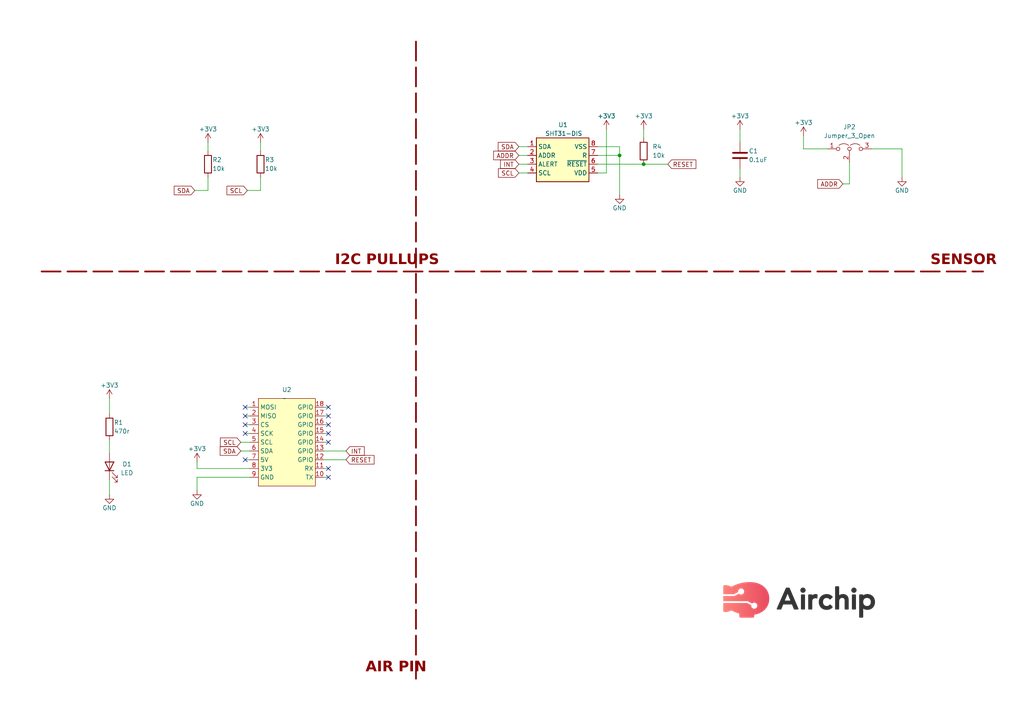
<source format=kicad_sch>
(kicad_sch (version 20230121) (generator eeschema)

  (uuid 5584114c-d7c4-4da4-876e-b4761e9e7796)

  (paper "A4")

  (lib_symbols
    (symbol "Device:C" (pin_numbers hide) (pin_names (offset 0.254)) (in_bom yes) (on_board yes)
      (property "Reference" "C" (at 0.635 2.54 0)
        (effects (font (size 1.27 1.27)) (justify left))
      )
      (property "Value" "C" (at 0.635 -2.54 0)
        (effects (font (size 1.27 1.27)) (justify left))
      )
      (property "Footprint" "" (at 0.9652 -3.81 0)
        (effects (font (size 1.27 1.27)) hide)
      )
      (property "Datasheet" "~" (at 0 0 0)
        (effects (font (size 1.27 1.27)) hide)
      )
      (property "ki_keywords" "cap capacitor" (at 0 0 0)
        (effects (font (size 1.27 1.27)) hide)
      )
      (property "ki_description" "Unpolarized capacitor" (at 0 0 0)
        (effects (font (size 1.27 1.27)) hide)
      )
      (property "ki_fp_filters" "C_*" (at 0 0 0)
        (effects (font (size 1.27 1.27)) hide)
      )
      (symbol "C_0_1"
        (polyline
          (pts
            (xy -2.032 -0.762)
            (xy 2.032 -0.762)
          )
          (stroke (width 0.508) (type default))
          (fill (type none))
        )
        (polyline
          (pts
            (xy -2.032 0.762)
            (xy 2.032 0.762)
          )
          (stroke (width 0.508) (type default))
          (fill (type none))
        )
      )
      (symbol "C_1_1"
        (pin passive line (at 0 3.81 270) (length 2.794)
          (name "~" (effects (font (size 1.27 1.27))))
          (number "1" (effects (font (size 1.27 1.27))))
        )
        (pin passive line (at 0 -3.81 90) (length 2.794)
          (name "~" (effects (font (size 1.27 1.27))))
          (number "2" (effects (font (size 1.27 1.27))))
        )
      )
    )
    (symbol "Device:LED" (pin_numbers hide) (pin_names (offset 1.016) hide) (in_bom yes) (on_board yes)
      (property "Reference" "D" (at 0 2.54 0)
        (effects (font (size 1.27 1.27)))
      )
      (property "Value" "LED" (at 0 -2.54 0)
        (effects (font (size 1.27 1.27)))
      )
      (property "Footprint" "" (at 0 0 0)
        (effects (font (size 1.27 1.27)) hide)
      )
      (property "Datasheet" "~" (at 0 0 0)
        (effects (font (size 1.27 1.27)) hide)
      )
      (property "ki_keywords" "LED diode" (at 0 0 0)
        (effects (font (size 1.27 1.27)) hide)
      )
      (property "ki_description" "Light emitting diode" (at 0 0 0)
        (effects (font (size 1.27 1.27)) hide)
      )
      (property "ki_fp_filters" "LED* LED_SMD:* LED_THT:*" (at 0 0 0)
        (effects (font (size 1.27 1.27)) hide)
      )
      (symbol "LED_0_1"
        (polyline
          (pts
            (xy -1.27 -1.27)
            (xy -1.27 1.27)
          )
          (stroke (width 0.254) (type default))
          (fill (type none))
        )
        (polyline
          (pts
            (xy -1.27 0)
            (xy 1.27 0)
          )
          (stroke (width 0) (type default))
          (fill (type none))
        )
        (polyline
          (pts
            (xy 1.27 -1.27)
            (xy 1.27 1.27)
            (xy -1.27 0)
            (xy 1.27 -1.27)
          )
          (stroke (width 0.254) (type default))
          (fill (type none))
        )
        (polyline
          (pts
            (xy -3.048 -0.762)
            (xy -4.572 -2.286)
            (xy -3.81 -2.286)
            (xy -4.572 -2.286)
            (xy -4.572 -1.524)
          )
          (stroke (width 0) (type default))
          (fill (type none))
        )
        (polyline
          (pts
            (xy -1.778 -0.762)
            (xy -3.302 -2.286)
            (xy -2.54 -2.286)
            (xy -3.302 -2.286)
            (xy -3.302 -1.524)
          )
          (stroke (width 0) (type default))
          (fill (type none))
        )
      )
      (symbol "LED_1_1"
        (pin passive line (at -3.81 0 0) (length 2.54)
          (name "K" (effects (font (size 1.27 1.27))))
          (number "1" (effects (font (size 1.27 1.27))))
        )
        (pin passive line (at 3.81 0 180) (length 2.54)
          (name "A" (effects (font (size 1.27 1.27))))
          (number "2" (effects (font (size 1.27 1.27))))
        )
      )
    )
    (symbol "Device:R" (pin_numbers hide) (pin_names (offset 0)) (in_bom yes) (on_board yes)
      (property "Reference" "R" (at 2.032 0 90)
        (effects (font (size 1.27 1.27)))
      )
      (property "Value" "R" (at 0 0 90)
        (effects (font (size 1.27 1.27)))
      )
      (property "Footprint" "" (at -1.778 0 90)
        (effects (font (size 1.27 1.27)) hide)
      )
      (property "Datasheet" "~" (at 0 0 0)
        (effects (font (size 1.27 1.27)) hide)
      )
      (property "ki_keywords" "R res resistor" (at 0 0 0)
        (effects (font (size 1.27 1.27)) hide)
      )
      (property "ki_description" "Resistor" (at 0 0 0)
        (effects (font (size 1.27 1.27)) hide)
      )
      (property "ki_fp_filters" "R_*" (at 0 0 0)
        (effects (font (size 1.27 1.27)) hide)
      )
      (symbol "R_0_1"
        (rectangle (start -1.016 -2.54) (end 1.016 2.54)
          (stroke (width 0.254) (type default))
          (fill (type none))
        )
      )
      (symbol "R_1_1"
        (pin passive line (at 0 3.81 270) (length 1.27)
          (name "~" (effects (font (size 1.27 1.27))))
          (number "1" (effects (font (size 1.27 1.27))))
        )
        (pin passive line (at 0 -3.81 90) (length 1.27)
          (name "~" (effects (font (size 1.27 1.27))))
          (number "2" (effects (font (size 1.27 1.27))))
        )
      )
    )
    (symbol "Jumper:Jumper_3_Open" (pin_names (offset 0) hide) (in_bom yes) (on_board yes)
      (property "Reference" "JP" (at -2.54 -2.54 0)
        (effects (font (size 1.27 1.27)))
      )
      (property "Value" "Jumper_3_Open" (at 0 2.794 0)
        (effects (font (size 1.27 1.27)))
      )
      (property "Footprint" "" (at 0 0 0)
        (effects (font (size 1.27 1.27)) hide)
      )
      (property "Datasheet" "~" (at 0 0 0)
        (effects (font (size 1.27 1.27)) hide)
      )
      (property "ki_keywords" "Jumper SPDT" (at 0 0 0)
        (effects (font (size 1.27 1.27)) hide)
      )
      (property "ki_description" "Jumper, 3-pole, both open" (at 0 0 0)
        (effects (font (size 1.27 1.27)) hide)
      )
      (property "ki_fp_filters" "Jumper* TestPoint*3Pads* TestPoint*Bridge*" (at 0 0 0)
        (effects (font (size 1.27 1.27)) hide)
      )
      (symbol "Jumper_3_Open_0_0"
        (circle (center -3.302 0) (radius 0.508)
          (stroke (width 0) (type default))
          (fill (type none))
        )
        (circle (center 0 0) (radius 0.508)
          (stroke (width 0) (type default))
          (fill (type none))
        )
        (circle (center 3.302 0) (radius 0.508)
          (stroke (width 0) (type default))
          (fill (type none))
        )
      )
      (symbol "Jumper_3_Open_0_1"
        (arc (start -0.254 1.016) (mid -1.651 1.4992) (end -3.048 1.016)
          (stroke (width 0) (type default))
          (fill (type none))
        )
        (polyline
          (pts
            (xy 0 -0.508)
            (xy 0 -1.27)
          )
          (stroke (width 0) (type default))
          (fill (type none))
        )
        (arc (start 3.048 1.016) (mid 1.651 1.4992) (end 0.254 1.016)
          (stroke (width 0) (type default))
          (fill (type none))
        )
      )
      (symbol "Jumper_3_Open_1_1"
        (pin passive line (at -6.35 0 0) (length 2.54)
          (name "A" (effects (font (size 1.27 1.27))))
          (number "1" (effects (font (size 1.27 1.27))))
        )
        (pin passive line (at 0 -3.81 90) (length 2.54)
          (name "C" (effects (font (size 1.27 1.27))))
          (number "2" (effects (font (size 1.27 1.27))))
        )
        (pin passive line (at 6.35 0 180) (length 2.54)
          (name "B" (effects (font (size 1.27 1.27))))
          (number "3" (effects (font (size 1.27 1.27))))
        )
      )
    )
    (symbol "Sensor_Humidity:SHT31-DIS" (in_bom yes) (on_board yes)
      (property "Reference" "U1" (at -1.27 8.89 0)
        (effects (font (size 1.27 1.27)) (justify left))
      )
      (property "Value" "SHT31-DIS" (at -5.08 6.35 0)
        (effects (font (size 1.27 1.27)) (justify left))
      )
      (property "Footprint" "Sensor_Humidity:Sensirion_DFN-8-1EP_2.5x2.5mm_P0.5mm_EP1.1x1.7mm" (at 0 8.89 0)
        (effects (font (size 1.27 1.27)) hide)
      )
      (property "Datasheet" "https://www.sensirion.com/fileadmin/user_upload/customers/sensirion/Dokumente/2_Humidity_Sensors/Datasheets/Sensirion_Humidity_Sensors_SHT3x_Datasheet_digital.pdf" (at -1.27 10.16 0)
        (effects (font (size 1.27 1.27)) hide)
      )
      (property "ki_keywords" "digital temperature humidity i2c" (at 0 0 0)
        (effects (font (size 1.27 1.27)) hide)
      )
      (property "ki_description" "I²C humidity and temperature sensor, ±2%RH, ±0.2°C, DFN-8" (at 0 0 0)
        (effects (font (size 1.27 1.27)) hide)
      )
      (property "ki_fp_filters" "Sensirion*DFN*1EP*2.5x2.5mm*P0.5mm*" (at 0 0 0)
        (effects (font (size 1.27 1.27)) hide)
      )
      (symbol "SHT31-DIS_0_1"
        (rectangle (start -7.62 5.08) (end 7.62 -7.62)
          (stroke (width 0.254) (type default))
          (fill (type background))
        )
      )
      (symbol "SHT31-DIS_1_1"
        (pin bidirectional line (at -10.16 2.54 0) (length 2.54)
          (name "SDA" (effects (font (size 1.27 1.27))))
          (number "1" (effects (font (size 1.27 1.27))))
        )
        (pin input line (at -10.16 0 0) (length 2.54)
          (name "ADDR" (effects (font (size 1.27 1.27))))
          (number "2" (effects (font (size 1.27 1.27))))
        )
        (pin output line (at -10.16 -2.54 0) (length 2.54)
          (name "ALERT" (effects (font (size 1.27 1.27))))
          (number "3" (effects (font (size 1.27 1.27))))
        )
        (pin input line (at -10.16 -5.08 0) (length 2.54)
          (name "SCL" (effects (font (size 1.27 1.27))))
          (number "4" (effects (font (size 1.27 1.27))))
        )
        (pin power_in line (at 10.16 -5.08 180) (length 2.54)
          (name "VDD" (effects (font (size 1.27 1.27))))
          (number "5" (effects (font (size 1.27 1.27))))
        )
        (pin input line (at 10.16 -2.54 180) (length 2.54)
          (name "~{RESET}" (effects (font (size 1.27 1.27))))
          (number "6" (effects (font (size 1.27 1.27))))
        )
        (pin passive line (at 10.16 0 180) (length 2.54)
          (name "R" (effects (font (size 1.27 1.27))))
          (number "7" (effects (font (size 1.27 1.27))))
        )
        (pin power_in line (at 10.16 2.54 180) (length 2.54)
          (name "VSS" (effects (font (size 1.27 1.27))))
          (number "8" (effects (font (size 1.27 1.27))))
        )
        (pin passive line (at 10.16 2.54 180) (length 2.54) hide
          (name "VSS" (effects (font (size 1.27 1.27))))
          (number "9" (effects (font (size 1.27 1.27))))
        )
      )
    )
    (symbol "air_modül:air_module" (in_bom yes) (on_board yes)
      (property "Reference" "U" (at 0 1.27 0)
        (effects (font (size 1.27 1.27)))
      )
      (property "Value" "" (at 0 0 0)
        (effects (font (size 1.27 1.27)))
      )
      (property "Footprint" "" (at 0 0 0)
        (effects (font (size 1.27 1.27)) hide)
      )
      (property "Datasheet" "" (at 0 0 0)
        (effects (font (size 1.27 1.27)) hide)
      )
      (symbol "air_module_1_1"
        (rectangle (start -7.62 0) (end 8.89 -25.4)
          (stroke (width 0) (type default))
          (fill (type background))
        )
        (pin input line (at -10.16 -2.54 0) (length 2.54)
          (name "MOSI" (effects (font (size 1.27 1.27))))
          (number "1" (effects (font (size 1.27 1.27))))
        )
        (pin input line (at 11.43 -22.86 180) (length 2.54)
          (name "TX" (effects (font (size 1.27 1.27))))
          (number "10" (effects (font (size 1.27 1.27))))
        )
        (pin input line (at 11.43 -20.32 180) (length 2.54)
          (name "RX" (effects (font (size 1.27 1.27))))
          (number "11" (effects (font (size 1.27 1.27))))
        )
        (pin input line (at 11.43 -17.78 180) (length 2.54)
          (name "GPIO" (effects (font (size 1.27 1.27))))
          (number "12" (effects (font (size 1.27 1.27))))
        )
        (pin input line (at 11.43 -15.24 180) (length 2.54)
          (name "GPIO" (effects (font (size 1.27 1.27))))
          (number "13" (effects (font (size 1.27 1.27))))
        )
        (pin input line (at 11.43 -12.7 180) (length 2.54)
          (name "GPIO" (effects (font (size 1.27 1.27))))
          (number "14" (effects (font (size 1.27 1.27))))
        )
        (pin input line (at 11.43 -10.16 180) (length 2.54)
          (name "GPIO" (effects (font (size 1.27 1.27))))
          (number "15" (effects (font (size 1.27 1.27))))
        )
        (pin input line (at 11.43 -7.62 180) (length 2.54)
          (name "GPIO" (effects (font (size 1.27 1.27))))
          (number "16" (effects (font (size 1.27 1.27))))
        )
        (pin input line (at 11.43 -5.08 180) (length 2.54)
          (name "GPIO" (effects (font (size 1.27 1.27))))
          (number "17" (effects (font (size 1.27 1.27))))
        )
        (pin input line (at 11.43 -2.54 180) (length 2.54)
          (name "GPIO" (effects (font (size 1.27 1.27))))
          (number "18" (effects (font (size 1.27 1.27))))
        )
        (pin input line (at -10.16 -5.08 0) (length 2.54)
          (name "MISO" (effects (font (size 1.27 1.27))))
          (number "2" (effects (font (size 1.27 1.27))))
        )
        (pin input line (at -10.16 -7.62 0) (length 2.54)
          (name "CS" (effects (font (size 1.27 1.27))))
          (number "3" (effects (font (size 1.27 1.27))))
        )
        (pin input line (at -10.16 -10.16 0) (length 2.54)
          (name "SCK" (effects (font (size 1.27 1.27))))
          (number "4" (effects (font (size 1.27 1.27))))
        )
        (pin input line (at -10.16 -12.7 0) (length 2.54)
          (name "SCL" (effects (font (size 1.27 1.27))))
          (number "5" (effects (font (size 1.27 1.27))))
        )
        (pin input line (at -10.16 -15.24 0) (length 2.54)
          (name "SDA" (effects (font (size 1.27 1.27))))
          (number "6" (effects (font (size 1.27 1.27))))
        )
        (pin input line (at -10.16 -17.78 0) (length 2.54)
          (name "5V" (effects (font (size 1.27 1.27))))
          (number "7" (effects (font (size 1.27 1.27))))
        )
        (pin input line (at -10.16 -20.32 0) (length 2.54)
          (name "3V3" (effects (font (size 1.27 1.27))))
          (number "8" (effects (font (size 1.27 1.27))))
        )
        (pin input line (at -10.16 -22.86 0) (length 2.54)
          (name "GND" (effects (font (size 1.27 1.27))))
          (number "9" (effects (font (size 1.27 1.27))))
        )
      )
    )
    (symbol "power:+3V3" (power) (pin_names (offset 0)) (in_bom yes) (on_board yes)
      (property "Reference" "#PWR" (at 0 -3.81 0)
        (effects (font (size 1.27 1.27)) hide)
      )
      (property "Value" "+3V3" (at 0 3.556 0)
        (effects (font (size 1.27 1.27)))
      )
      (property "Footprint" "" (at 0 0 0)
        (effects (font (size 1.27 1.27)) hide)
      )
      (property "Datasheet" "" (at 0 0 0)
        (effects (font (size 1.27 1.27)) hide)
      )
      (property "ki_keywords" "global power" (at 0 0 0)
        (effects (font (size 1.27 1.27)) hide)
      )
      (property "ki_description" "Power symbol creates a global label with name \"+3V3\"" (at 0 0 0)
        (effects (font (size 1.27 1.27)) hide)
      )
      (symbol "+3V3_0_1"
        (polyline
          (pts
            (xy -0.762 1.27)
            (xy 0 2.54)
          )
          (stroke (width 0) (type default))
          (fill (type none))
        )
        (polyline
          (pts
            (xy 0 0)
            (xy 0 2.54)
          )
          (stroke (width 0) (type default))
          (fill (type none))
        )
        (polyline
          (pts
            (xy 0 2.54)
            (xy 0.762 1.27)
          )
          (stroke (width 0) (type default))
          (fill (type none))
        )
      )
      (symbol "+3V3_1_1"
        (pin power_in line (at 0 0 90) (length 0) hide
          (name "+3V3" (effects (font (size 1.27 1.27))))
          (number "1" (effects (font (size 1.27 1.27))))
        )
      )
    )
    (symbol "power:GND" (power) (pin_names (offset 0)) (in_bom yes) (on_board yes)
      (property "Reference" "#PWR" (at 0 -6.35 0)
        (effects (font (size 1.27 1.27)) hide)
      )
      (property "Value" "GND" (at 0 -3.81 0)
        (effects (font (size 1.27 1.27)))
      )
      (property "Footprint" "" (at 0 0 0)
        (effects (font (size 1.27 1.27)) hide)
      )
      (property "Datasheet" "" (at 0 0 0)
        (effects (font (size 1.27 1.27)) hide)
      )
      (property "ki_keywords" "global power" (at 0 0 0)
        (effects (font (size 1.27 1.27)) hide)
      )
      (property "ki_description" "Power symbol creates a global label with name \"GND\" , ground" (at 0 0 0)
        (effects (font (size 1.27 1.27)) hide)
      )
      (symbol "GND_0_1"
        (polyline
          (pts
            (xy 0 0)
            (xy 0 -1.27)
            (xy 1.27 -1.27)
            (xy 0 -2.54)
            (xy -1.27 -1.27)
            (xy 0 -1.27)
          )
          (stroke (width 0) (type default))
          (fill (type none))
        )
      )
      (symbol "GND_1_1"
        (pin power_in line (at 0 0 270) (length 0) hide
          (name "GND" (effects (font (size 1.27 1.27))))
          (number "1" (effects (font (size 1.27 1.27))))
        )
      )
    )
  )

  (junction (at 186.69 47.625) (diameter 0) (color 0 0 0 0)
    (uuid 8e970a9f-d1f7-48b2-adcd-b57bad9e2dd2)
  )
  (junction (at 179.705 45.085) (diameter 0) (color 0 0 0 0)
    (uuid d5067f75-ec76-4141-916b-5d4addbbebe7)
  )

  (no_connect (at 71.12 118.11) (uuid 005db12a-2a4e-4e36-9ee3-b89b0aaf5972))
  (no_connect (at 95.25 125.73) (uuid 0d1d8fea-2eff-434f-a7aa-77375e166157))
  (no_connect (at 71.12 125.73) (uuid 1de69066-0ac4-4f82-9741-89d8c24247af))
  (no_connect (at 95.25 120.65) (uuid 2a6a5620-e45e-4c00-bdfb-5b627735814a))
  (no_connect (at 95.25 118.11) (uuid 33695b16-655c-46fc-b9f8-9f030a2a7638))
  (no_connect (at 95.25 135.89) (uuid 33b2a788-071c-410d-8bd8-ddc778be3097))
  (no_connect (at 95.25 138.43) (uuid 582bfcd9-7cef-4b2c-81af-35f49e4e14e5))
  (no_connect (at 71.12 120.65) (uuid 7f17bdd4-2590-4e2e-a632-034e3a597e50))
  (no_connect (at 95.25 123.19) (uuid 88ffedd8-3727-4ded-b221-df21e94de9ca))
  (no_connect (at 71.12 123.19) (uuid a5ae93e4-21a9-4047-9d5a-ec192863782f))
  (no_connect (at 95.25 128.27) (uuid dcdf29d1-788d-4d25-988f-5a26161f3db7))
  (no_connect (at 71.12 133.35) (uuid f5e0746e-c21e-4a8e-9be5-d72492970019))

  (wire (pts (xy 173.355 45.085) (xy 179.705 45.085))
    (stroke (width 0) (type default))
    (uuid 08995a0b-1f7f-40b3-bba9-1c0ae7076174)
  )
  (wire (pts (xy 71.12 123.19) (xy 72.39 123.19))
    (stroke (width 0) (type default))
    (uuid 0a8f6cc6-dbcf-46cd-854a-e97f9f3981ed)
  )
  (wire (pts (xy 60.325 51.435) (xy 60.325 55.245))
    (stroke (width 0) (type default))
    (uuid 0d063153-5e64-4d0b-b47c-91073e4e6fc2)
  )
  (wire (pts (xy 150.495 47.625) (xy 153.035 47.625))
    (stroke (width 0) (type default))
    (uuid 0d7dd42d-7afc-45f9-81c3-4317b1348793)
  )
  (wire (pts (xy 69.85 130.81) (xy 72.39 130.81))
    (stroke (width 0) (type default))
    (uuid 1124af20-fb8d-437f-9b83-651e8ebf3a8e)
  )
  (wire (pts (xy 57.15 135.89) (xy 72.39 135.89))
    (stroke (width 0) (type default))
    (uuid 12951d0a-96ff-4144-9dfd-28d2f7d387eb)
  )
  (wire (pts (xy 233.045 43.18) (xy 240.03 43.18))
    (stroke (width 0) (type default))
    (uuid 19437415-cae5-4034-9fb8-a5083b82da9f)
  )
  (wire (pts (xy 95.25 118.11) (xy 93.98 118.11))
    (stroke (width 0) (type default))
    (uuid 1a1a2a86-fc3e-4c67-9608-08496988c22a)
  )
  (wire (pts (xy 75.565 51.435) (xy 75.565 55.245))
    (stroke (width 0) (type default))
    (uuid 21abf52b-4dc6-4dff-bb9c-9bc20f11f977)
  )
  (polyline (pts (xy 120.65 12.065) (xy 120.65 78.74))
    (stroke (width 0.5) (type dash) (color 132 0 0 1))
    (uuid 26cce733-dfe7-43ce-983c-29e4bb234a8c)
  )
  (polyline (pts (xy 120.65 79.375) (xy 120.65 196.85))
    (stroke (width 0.5) (type dash) (color 132 0 0 1))
    (uuid 29da4846-24ce-4dc7-82ad-984516394fc3)
  )

  (wire (pts (xy 95.25 138.43) (xy 93.98 138.43))
    (stroke (width 0) (type default))
    (uuid 306ce892-5d10-4a01-8bc7-c27c0934703c)
  )
  (wire (pts (xy 31.75 115.57) (xy 31.75 120.015))
    (stroke (width 0) (type default))
    (uuid 33857d37-39b9-407c-a620-d0a4a7abec9f)
  )
  (wire (pts (xy 57.15 138.43) (xy 72.39 138.43))
    (stroke (width 0) (type default))
    (uuid 3c085ad4-bc30-4bba-8d9c-c4589f144a19)
  )
  (polyline (pts (xy 12.065 78.74) (xy 285.115 78.74))
    (stroke (width 0.5) (type dash) (color 132 0 0 1))
    (uuid 40d9a1e9-ecaf-411b-88e7-15e6e5271bc3)
  )

  (wire (pts (xy 150.495 42.545) (xy 153.035 42.545))
    (stroke (width 0) (type default))
    (uuid 4220ca60-2a83-4413-a912-bbb7b85a4ec7)
  )
  (wire (pts (xy 186.69 37.465) (xy 186.69 40.005))
    (stroke (width 0) (type default))
    (uuid 4e6bb6fd-361d-4349-bb21-56c449f7b060)
  )
  (wire (pts (xy 214.63 48.895) (xy 214.63 51.435))
    (stroke (width 0) (type default))
    (uuid 566b5e4d-742a-4640-80ad-028bb4d152e7)
  )
  (wire (pts (xy 71.12 118.11) (xy 72.39 118.11))
    (stroke (width 0) (type default))
    (uuid 5a044dd9-ca04-4c0c-935c-5171b124c857)
  )
  (wire (pts (xy 71.12 125.73) (xy 72.39 125.73))
    (stroke (width 0) (type default))
    (uuid 5b4111b2-7a52-4a1c-ad07-a9dc9513dbf0)
  )
  (wire (pts (xy 93.98 133.35) (xy 100.33 133.35))
    (stroke (width 0) (type default))
    (uuid 5bc9348f-4dc4-4744-a44d-fcb682db02a5)
  )
  (wire (pts (xy 95.25 128.27) (xy 93.98 128.27))
    (stroke (width 0) (type default))
    (uuid 5fc09051-bb63-42ef-8ab8-bd3113c7846b)
  )
  (wire (pts (xy 95.25 135.89) (xy 93.98 135.89))
    (stroke (width 0) (type default))
    (uuid 623b11a3-5cd5-492c-8db3-f19ba416503f)
  )
  (wire (pts (xy 179.705 45.085) (xy 179.705 56.515))
    (stroke (width 0) (type default))
    (uuid 6a8b351e-2e5e-4795-85d6-5621ca692c45)
  )
  (wire (pts (xy 57.15 142.24) (xy 57.15 138.43))
    (stroke (width 0) (type default))
    (uuid 6d48cc49-d772-46cc-9b39-2940bcc0e793)
  )
  (wire (pts (xy 261.62 43.18) (xy 252.73 43.18))
    (stroke (width 0) (type default))
    (uuid 6e492074-53ef-46d8-a816-f755c5c4a1d1)
  )
  (wire (pts (xy 95.25 123.19) (xy 93.98 123.19))
    (stroke (width 0) (type default))
    (uuid 73cd3805-630e-4b5c-9a7a-11769326b6a0)
  )
  (wire (pts (xy 179.705 42.545) (xy 179.705 45.085))
    (stroke (width 0) (type default))
    (uuid 7a9d114c-b56b-4dd8-b60e-9cfcbfd860aa)
  )
  (wire (pts (xy 31.75 139.065) (xy 31.75 143.51))
    (stroke (width 0) (type default))
    (uuid 7cf2d2e1-229e-430b-8e6d-87d710cc2565)
  )
  (wire (pts (xy 150.495 45.085) (xy 153.035 45.085))
    (stroke (width 0) (type default))
    (uuid 7d06b738-4890-456a-b699-b2b8465ee567)
  )
  (wire (pts (xy 71.12 133.35) (xy 72.39 133.35))
    (stroke (width 0) (type default))
    (uuid 824b8d33-5107-45bd-935a-03d900d4c482)
  )
  (wire (pts (xy 246.38 53.34) (xy 244.475 53.34))
    (stroke (width 0) (type default))
    (uuid 84cf5a99-b5e7-4a0c-9618-57c4387bcccb)
  )
  (wire (pts (xy 95.25 125.73) (xy 93.98 125.73))
    (stroke (width 0) (type default))
    (uuid 8b91b97f-05b5-4a10-be16-616b050ef46f)
  )
  (wire (pts (xy 75.565 55.245) (xy 71.755 55.245))
    (stroke (width 0) (type default))
    (uuid 94cd47b8-a707-4e35-ab41-2da3eb8f9b13)
  )
  (wire (pts (xy 233.045 39.37) (xy 233.045 43.18))
    (stroke (width 0) (type default))
    (uuid 976eafb6-8f4f-431c-826b-d47071bd333d)
  )
  (wire (pts (xy 193.675 47.625) (xy 186.69 47.625))
    (stroke (width 0) (type default))
    (uuid 9f2d6637-3663-48b3-836d-a8f98ca190d7)
  )
  (wire (pts (xy 246.38 46.99) (xy 246.38 53.34))
    (stroke (width 0) (type default))
    (uuid a28b579f-f225-452f-b4df-7e18347e4520)
  )
  (wire (pts (xy 69.85 128.27) (xy 72.39 128.27))
    (stroke (width 0) (type default))
    (uuid a3193269-630e-4b9b-8321-2908f1c8eb36)
  )
  (wire (pts (xy 95.25 120.65) (xy 93.98 120.65))
    (stroke (width 0) (type default))
    (uuid a64370bf-fd8e-4885-bfe0-e3636fd74792)
  )
  (wire (pts (xy 175.895 50.165) (xy 173.355 50.165))
    (stroke (width 0) (type default))
    (uuid a65a770e-59ee-42f3-a065-4f86fc233e6b)
  )
  (wire (pts (xy 261.62 51.435) (xy 261.62 43.18))
    (stroke (width 0) (type default))
    (uuid a6c3eec5-57d0-40cc-81a2-968ab0459cd8)
  )
  (wire (pts (xy 57.15 133.985) (xy 57.15 135.89))
    (stroke (width 0) (type default))
    (uuid ac9b1852-6e43-415a-853a-d93f05228a2d)
  )
  (wire (pts (xy 60.325 41.275) (xy 60.325 43.815))
    (stroke (width 0) (type default))
    (uuid afd1fac3-034c-4d38-80da-efc101e46765)
  )
  (wire (pts (xy 75.565 41.275) (xy 75.565 43.815))
    (stroke (width 0) (type default))
    (uuid bf3d42e5-a766-4f66-99dd-fa792626ee9c)
  )
  (wire (pts (xy 60.325 55.245) (xy 56.515 55.245))
    (stroke (width 0) (type default))
    (uuid c6e07b9b-f0b9-4a8c-b246-e92e935e3894)
  )
  (wire (pts (xy 186.69 47.625) (xy 173.355 47.625))
    (stroke (width 0) (type default))
    (uuid d1cea818-47a2-40cd-b54b-aef0b7ed46b7)
  )
  (wire (pts (xy 93.98 130.81) (xy 100.33 130.81))
    (stroke (width 0) (type default))
    (uuid d907261f-7026-4afe-a9b0-f0c26882f1dd)
  )
  (wire (pts (xy 173.355 42.545) (xy 179.705 42.545))
    (stroke (width 0) (type default))
    (uuid dacf14d9-5c22-4c3a-a035-bde72e72f2dd)
  )
  (wire (pts (xy 175.895 37.465) (xy 175.895 50.165))
    (stroke (width 0) (type default))
    (uuid dd9a9ba8-6ee0-4e89-96dc-af8953828449)
  )
  (wire (pts (xy 214.63 37.465) (xy 214.63 41.275))
    (stroke (width 0) (type default))
    (uuid df57b86c-3548-4e1d-90a7-673ec65fa5ac)
  )
  (wire (pts (xy 71.12 120.65) (xy 72.39 120.65))
    (stroke (width 0) (type default))
    (uuid e5a8fa55-24e6-4971-b35a-7321252b0bb5)
  )
  (wire (pts (xy 150.495 50.165) (xy 153.035 50.165))
    (stroke (width 0) (type default))
    (uuid ec8281a9-526b-4454-95ad-6f3915304aab)
  )
  (wire (pts (xy 31.75 127.635) (xy 31.75 131.445))
    (stroke (width 0) (type default))
    (uuid f162c6d9-680e-4dcf-b255-475886163233)
  )

  (image (at 231.775 173.99) (scale 0.259991)
    (uuid 9a72c21b-41ce-4dfb-857e-00ab00309ea5)
    (data
      iVBORw0KGgoAAAANSUhEUgAAB9AAAAHVCAYAAACpJWDwAAAABHNCSVQICAgIfAhkiAAAIABJREFU
      eJzs3XeYnGW9//F3SEKyCS0hARUVBCSKYvuiqKiAokRasKAeRUn4WSghFUTNsYAiICGNA6gQEBso
      TfEg6hFE8KjouRFsIAgiiEJCEwhJKJnfH88sKdtmdmfmnvJ+XddcuzzPPfd8dpjMzj6fpwxDkjrQ
      ox+ZPhzYnBKbA5sDW5S/dt82BbqATSkxFugqwSbl5SOBzYqZSpsAI4CNgTHFIjYFNuo3QKnXpSuB
      J8oDHgWeLsHjwBOUeILi+5XACuAx4N/l77tvD5eXPUiJh4AHgYc2P//MFZU+L5IkSZIkSZIkSZ1s
      WO4AklQLj3706E2BZ1NiIvAcYCKw5Tpft4TS+PL3W1GU4X0V2esrrfel95UDLKp+TGn9YZXM2ff8
      TwIPQel+4F5gObAMuJcS3cvuA+4G7tv862c9XeWjSZIkSZIkSZIktQULdElN7bGPHb0J8FxKbAPP
      3J4LbFOCZwFbU3wdDQxQNA+t7G7hAr3vhT0XPV0qCvV/lG/3UBTrdwJ3UOLOLb5x1oNVppEkSZIk
      SZIkSWoJFuiSsnnsYzOGUZTf2wLbQWnb8vfdt+fRfar0SntqC/R+xleWtYKn8BHgb8CdULoduLV8
      u22Lb3z5H1XllCRJkiRJkiRJaiIW6JLq6rHDZ4wCdijftn/m+xI7AC+guHZ4WT/VrQV6depboPe3
      YAUlbgP+AtwC/An4I3DbFt/88lP9TS1JkiRJkiRJkpSbBbqkIVtxxIzhJXg+8CJgJ0pMAiYBO1Gc
      br2nattvC/Tq5CvQ+5rgSYpC/Q/An4GbgN9t8c0v39Pfw0mSJEmSJEmSJDWSBbqkiq04YubGFCX5
      zlDaGXgp8EJgp9K6R5IPukC2QN9wQBsV6H1ZTokbgN+VKL4Ct4/71per/YklSZIkSZIkSZKGzAJd
      Ug8rjpw5HNgReDnwUkq8FNi5vGx4MWr9frPU53/0wQK9ogEdUKD39vw+BKXfAL8Grgd+M+5bX3mg
      ylklSZIkSZIkSZKqZoEudbgVR84cR1GUvxx4WfnrzkDXM4MqKGMt0Ac350ADOrRA722S2yhxPfAL
      4FrglnHf/opHqUuSJEmSJEmSpJqyQJc6yIqjZj4LCOAVQFBiV+B5A97RAr2foRbo1U3Q95wDFOgb
      Lrof+F/gOopC/Xfjvv2Vp6p8ZEmSJEmSJEmSpPVYoEttasVRs7YCXg2l3Vhbmj9nvUGVFp0W6P0M
      tUCvboK+56yyQN/QI8DPgauAqyjxp3EXeIS6JEmSJEmSJEmqjgW61AYenz5rLMUR5bsBrwZeU4Jt
      i7XVldKVj7NAr8WcAw2wQB/kvCXuo7tMhx+Nu+Ar/6wylSRJkiRJkiRJ6kAW6FILenz6rB2B1wOv
      A3YHXgJstG7BWOrlux4s0C3Q27dA39BNULoCuBL41bgLvvp0FbNJkiRJkiRJkqQOYYEuNbnHp88a
      TXFUeXdh/npgYq+DLdAt0Psd39EF+roLHwZ+AlxeKnHF+Au/+nAVM0uSJEmSJEmSpDZmgS41mceP
      nrUZRUn+Jkq8CdgVGFXRnS3QLdD7HW+B3mNJiacorp3+PeD74y/86t1VPIokSZIkSZIkSWozFuhS
      Zo8fPXs88CZgTyi9AXglsBEwpNLUAn0ok/Q+xgK9t5UtX6BvKAEXAxeNv/Crt1fxiJIkSZIkSZIk
      qQ1YoEsN9viM2ZsDb6TEXsBbgJfxzL/FDdo8C/R+V1mgVzu/BXqPJf3PeQNwEXDB+Au/+vcqHl2S
      JEmSJEmSJLUoC3SpzlbOmD26BG+kKMv3ojgl+0YVFXwW6P2uskCvdn4L9B5LKp/zeuACSlww/jtf
      XVZFEkmSJEmSJEmS1EIs0KUaWzlj9jCKo8rfVr69oQSjewy0QK8ukAV6dSzQK1pYRYHePcVTwP8A
      3wC+N/47X11Z5QySJEmSJEmSJKmJWaBLNbBy5uxnUWIfisL8rcDEdddXXvRaoFcz3gK92vkt0Hss
      Gdrz+ihwMZTOG/+ds6+rciZJkiRJkiRJktSELNClQVg5c/Zw4HXAZGBf4JVV99QW6NUFskCvjgV6
      RQuHWKCvu/BW4Bzg/PHfOdtTvEuSJEmSJEmS1KIs0KUKrZw5ZyLw9uJWmgxssd4AC/Tq5rVAr2iA
      Bfog5218gd7tKeByYCnwo/HfOXtNlY8gSZIkSZIkSZIyskCX+rFy1pyXAAdS4gDgtTzzb6a6cs8C
      fXBzDrTKAr3a+S3Qeyyp1/NauIMSZwHnjv/u2Q9W+UiSJEmSJEmSJCkDC3RpHStnzRkJvAk4AJgC
      bAcMuTS0QB/cnAOtskCvdn4L9B5L6lugd69aBVwInDH+u2f/X5WPKEmSJEmSJEmSGsgCXR1v5aw5
      YyhOzX4QRXG+eY9BFugDLrRAH9ycAw2wQB/kvM1VoK/r1yVYAFy25XfPfqrKR5ckSZIkSZIkSXVm
      ga6OtHLWnPHAfsA7gcnA6H7vYIE+4EIL9MHNOdAAC/RBztu8BXr3or8Di4ClW3737EerTCFJkiRJ
      kiRJkurEAl0dY+XsOVtRFObvosSewIiK72yBPuBCC/TBzTnQAAv0Qc7b/AV6t0cocTawaMuLzv5H
      lWkkSZIkSZIkSVKNWaCrra2aPXc8lN4BHFyCvYHhQA3KSAt0C/TazDnQAAv0Qc7bOgV694IngfOB
      U7a86Oy/VplKkiRJkiRJkiTViAW62k5RmvMO4GDgLVAaAYMoePsdb4FugV6bOQcaYIE+yHlbr0Dv
      tga4CEonbXnROTdVF06SJEmSJEmSJA2VBbrawqo5c7uAAynxfoprmm+8du0GRWSP/6iABfqACy3Q
      BzfnQAMs0Ac5b+sW6Osu/D5w/JYXnfO7irJJkiRJkiRJkqQhs0BXy1o1Z+4IitOyf4DiiPOx/ZVb
      FuiVZqh0nAV6LeYcaIAF+iDnbY8CvZtFuiRJkiRJkiRJDWKBrpazas7cXYEPAe8DJq630gK9l28t
      0KufpPcxFui9rbRAb0CB3u0y4D+3vOicP/f9gJIkSZIkSZIkaSgs0NUSVs2Zuw3FkeaHAjv3OdAC
      vZdvLdCrn6T3MRbova20QG9ggV6sKPFN4DNbXnzOnX0/sCRJkiRJkiRJGgwLdDWtVXPnjqHEQRSl
      +d7ARgPeyQK9l28t0KufpPcxFui9rbRAb3CB3r3qSeAM4MQtLz7n/r4HS5IkSZIkSZKkaligq+ms
      mjs3gP8HvJ8Sm1d1Zwv0Xr61QK9+kt7HWKD3ttICPVOB3u0R4FRgwZYXn/N433eSJEmSJEmSJEmV
      sEBXU1g195hxUDqEojh/+TMralhuWaBXmqHScRbotZhzoAEW6IOct3MK9G73AMcB397y4nOq/akk
      SZIkSZIkSVKZBbqyWTX3mGHAHsBHgXdCaVSPQRbo1bFAt0Dvd7wFeo8l7VOgd7semLXlxef8ut9R
      kiRJkiRJkiSpVxboarjVxxwzHvhQqcTHgBetXVO7Iq63hRbolWaodJwFei3mHGiABfog5+3cAr3b
      tynx8S0vOeeeikZLkiRJkiRJkiTAAl0NtPqYY14LHA68B+jqWVxZoFugW6BvOMACfZDzWqBDiceA
      40uwaMIl5zxV4b0kSZIkSZIkSepoQyrQ1xz/qS1KJV4KTAK2ADZdZ/VqYOUG3z9MiVXl7x8CHgAe
      HH78F1eitrT6mGO6gPcDR7Putc3prbiyQLdAt0DfcIAF+iDntUBf93n9E3DUhEvO+XmF95QkSZIk
      SZIkqWNVXaCvOf5TOwAfBPYHXlUqVTlH70XBKuBBYBlwLyXuBu4F/gncDdwJ/G34CSc9Xm1e5bH6
      mGO2A44EPgyM622MBXoFCy3Q+11lgV7t/BboPZZ0RoHe7ZvA3AmXnLOswhkkSZIkSZIkSeo4FZff
      a46ftxuU/pOiOH9GXcqHvue8F7ijBHcAtwA3A3+mxO0jPn/Sk1UmUY2tPuaYYcCewAzgQGCj/sZb
      oFew0AK931UW6NXOb4HeY0lnFehQ7Kw2F0rnT7hkabU/vSRJkiRJkiRJbW/AAn3N8fMmAqcChzas
      fBhgzl7Kh6eAW4Eby7ffQemGEZ8/+cEq02kQVh97zCjgEErMBl5S6f0s0CtYaIHe7yoL9Grnt0Dv
      saTzCvTulVcBH51wydI7KpxNkiRJkiRJkqSO0G+Bvub4eXsAFwDPLpY0bYHe16i7gV+Xb78Cbhjx
      +ZNXDxxSlVh97DETKE7TfhSwVbWlmQV6BQst0PtdZYFe7fwW6D2WdG6BDrAS+AywcMIlS5+ucFZJ
      kiRJkiRJktpanwX6muPnTQWWst5puFuuQN/QE8ANlPg5cA3wixFfOPmx/h9NG1p97LEvgtJs4EPA
      6GdWWKBXfvdKF1qg97vKAr3a+S3Qeyzp7AK92/XAoRMuWfqXCmeWJEmSJEmSJKlt9Vqgrzlh3uGU
      OKvnmpYv0Ddc9TTwf8DVwI+BX474wsleS70Pq4899nXAJ4H9odTztWOBXvndK11ogd7vKgv0aue3
      QO+xxAK920pKfApYMuHSpWsqfARJkiRJkiRJktpOjxJ0zQnz3gV8l9K6R553a7sCfUOPAj+lKNN/
      OOILJ9/df5L2t/rYY4cBkymK8zeuXTP00swCvYKFFuj9rrJAr3Z+C/QeSyzQN1x0LTB1wqVL/1bh
      o0iSJEmSJEmS1FbWK9DXnDDvhcDvgLFZy4d8BfqG424AvleC74088eQ/VHivtrD648eOoMTBwCeA
      l/UcYYFe2WP3s8oCvbpAFujVsUCvaKEFeq+LHgOmT7h06fkVPpIkSZIkSZIkSW3jmQJ9zQnzhgO/
      BnYF8pYPzVOgr/vlDihdClw48sRTUoUztJzVHz92Y+CDwCcpsUPfIy3QK3vsflZZoFcXyAK9Ohbo
      FS20QO930XeAwydcuvThCh9RkiRJkiRJkqSWt26BfhTwX8+ssUDvpXx45rvbKIqFb4888ZSbK5yt
      qZWL88OATwHPA+pTRK473AJ94IUW6P2uskCvdn4L9B5LLNAHmvcu4JAJly69rsJHlSRJkiRJkiSp
      pQ0DWHPCvC7gb8DWz6yxQO+vQF/X74CvUZTp91c4c9N44uPHdgEfKcExdBfn3SzQ+xlvgW6BXps5
      BxpggT7IeS3Qa/m6XQN8Hvj8hEuXPl3ho0uSJEmSJEmS1JK6C/TpwOnrrbFAr7RA7/YkJS6nKNOv
      HPnFU5q6ZHiiOOL8YxRHnD+rYUXkusMt0AdeaIHe7yoL9Grnt0DvscQCvZp5r6bEByZctvTeChNI
      kiRJkiRJktRyugv03wGvWG+NBXq1Bfq6q/8BnA2cPfKLp/yrwkdriCeOO3YEJaYBn2adI84t0Kud
      1wLdAr02cw40wAJ9kPNaoNfrdXsf8N4Jly39eYUpJEmSJEmSJElqKcPWnDBvEnBLjzUW6EMp0Ls9
      BXwfOHPkF0+5usJHrYsnjjt2I+AQ4DOU2GHD9Rbo1c5rgW6BXps5BxpggT7IeS3Q6/m6XQN8Fjhx
      wmVLq30GJUmSJEmSJElqasN6PX07WKCvM24IBfq6/gAsoMS3R550yhMVJqiJJ4479h3AicCLgbxF
      5LrDLdAHXmiB3u8qC/Rq57dA77HEAr26edcf8wPgkAmXLX2kwkSSJEmSJDWliBgBvACYAIzKHKfb
      CuDelNLduYNIktRphq05Yd4FwPt6rLFAr3WB3j3mPuC/gC+PPOmU+ytMMihPHPfxNwCnQOn1G2To
      JVYvLND7GW+BboFemzkHGmCBPsh5LdAb9br9C3DQhMuW9jyTjSRJkiRJTS4i9gSmA5OBsXnT9Ole
      4BJgUUrpr7nDSJLUCYatOWHejcDLe6yxQK9Xgd5tBXAOcOrIk065p8JEFXniuI/vDJwMHNBrMAt0
      C/Rq57dA72eoBXp1E/Q9pwX64Ofsb1wDXrePAodOuGzpZZUFkyRJkiQpr4gYT7Ft9h25s1ThSeAk
      4ISU0tO5w0iS1M6GrTlh3oPAuB5rLNDrXaB3exJK5wGnjjzpS0Pag/CJ4z6+HfBp4FBgeJ8PaoFu
      gV7t/Bbo/Qy1QK9ugr7ntEAf/Jz9jWvc67b0WeDzEy47t9pnVZIkSZKkhomI5wI/A3bMnWWQvge8
      J6X0ZO4gkiS1q2FrTphX8bZ1C/S6FOjdC9cAl1Oc3v1nI0/60poKZuOJT3x8I2B3SnwY+ADrFed9
      PKgFugV6tfNboPcz1AK9ugn6ntMCffBz9jeugQU6wIXAtAmXnbuqgtkkSZIkSWqoiOgCrgd2yZ1l
      iM5KKR2ZO4QkSe3KAr2CB2pQgb6uB0rwI+CXlLgFuJPilO9PABOArYGXArsB+wDPrqrxskC3QK92
      fgv0foZaoFc3Qd9zWqAPfs7+xjW4QAe4vgQHTbzs3HsrmFGSJEmSpIaJiJOAT+TOUSN7p5Suyh1C
      kqR2ZIFewQNlKNCrL80s0PsZb4FeyfhK5+1roQX64OYcaIAF+iDntUDPWaBTgruAAyZedu7vK5hV
      kiRJkqS6i4hxwN3A2NxZauR/U0pvyB1CkqR2tFHuAJIkqe08H7hu+UGH7Z07iCRJkiRJZe+mfcpz
      gN0jYvvcISRJakcW6JIkqR42A364/KDDDskdRJIkSZIk4E25A9TBHrkDSJLUjizQJUlSvYwEvrH8
      oMPa5fpykiRJkqTWtWPuAHXwgtwBJElqRxbokiSp3k5aftBhpy8/6LBhuYNIkiRJkjpWV+4AdbBZ
      7gCSJLUjC3RJktQI0ymORh+RO4gkSZIkSZIkSX2xQJckSY3yAeDS5Qcd1o57/UuSJEmSJEmS2oAF
      uiRJaqQDgCuWH3TY5rmDSJIkSZIkSZK0IQt0SZLUaHsBP7FElyRJkiRJkiQ1Gwt0SZKUw2uwRJck
      SZIkSZIkNRkLdEmSlMtrgGuWTzlsYu4gkiRJkiRJkiSBBbokScrrFcDVluiSJEmSJEmSpGYwIncA
      SZLU8V5KUaK/ceL3z304dxhJklSZiNgaeBEwCdgR2AzYpHwDeKx8ewS4DbgVuCWldF/j00qSJKmV
      RcSmwE4Unz93AsYDmwJblIesZu1nz7uAvwC3AH9PKT3d8MCSWpoFuiRJagYvBX68fMphb5v4/XP/
      nTuMpPYSEeOA/wAmA7sA4/ImesYqig07vwC+lVJKmfNI/YqI5wBvA/YE9ga2GeQ89wA/Ba4BfpxS
      +leNIkqSJKlNRMRYYC/gLeWvLwOGDWKqRyPiWuBq4Kcppd/XLqWkdjVszQnzSr2u6XVpz4Wl3u/d
      t0rmHWDOHqsrzFrp/BuOK224YCjzVvq8VjPngOMGfn6rfQorn6SfGSr5H1nD11dpwHHVzFtd1sqf
      3+r+LfR394pet0N6fZX6/q8a/lvob1XDXrc93gtqN+dAA6p+L+h3fGVZq3sKa/fvtp9XVPXz5vwd
      NsCqfL/DBphkyK/bXt51Bvce87/A2yZ+/9zHK7y3JPUpIoYBc4BPA5tnjlOJK4DpKaU7cweRukXE
      JsA7gA9RbLwczEbL/pQoyvRvAJemlFbUeH5JkgCIiBuBl+fOUWOLU0qzcoeQaiUiNqLYWfNDwLtY
      e2ajWroZ+DrwzZTSP+owv6Q24DXQJUlSM9kd+O/lUw7ryh1EUmuLiDHAfwPzaY3yHGA/4IaI2Ct3
      ECkiJkTEicA/KDYw7k3ty3PKc761/Bj3RMQXImJCHR5HkiRJTSoiRkbEVIpTrl8FHEp9ynOAFwMn
      AXdFxIURsUudHkdSC7NAlyRJzWYv4ILlUw4bnjuIpNZUPvL8ImDf3FkGYRxweUS029FRahERsUVE
      zAfuBD5FY3dA2RyYB9wZEadGxBYD3UGSJEmtKyI2iogPA7cD5wEvbODDDwPeC/w+Ir4XES9u4GNL
      anIW6JIkqRlNAb66fMq0ehzpJqn9HUVrlufdNgEujIiNcwdR54iIYRFxKHAbMBcYmzHOWOAY4LZy
      JkmSJLWZiNgV+C1wNvC8zHGmAH+IiNPK116X1OEs0CVJUrM6DDgxdwhJrSUiNgU+lztHDbyI4n1Q
      qruIeDZwJfA1oJlOnz4B+FpEXFnOKEmSpBZXPl37F4FfA6/KnWcdw4E5wB8jYvfcYSTlZYEuSZKa
      2SeXT5k2K3cISS3l/wFb5g5RI3Mjwr/ZVFcR8RbgJmCf3Fn6MRm4KSLenDuIJEmSBi8ingtcB3yS
      orBuRtsB10bEJ8uXB5PUgdwYI0mSmt3C5VOmvTt3CEnNLyKGAzNz56ihHSmKQ6kuIuJo4CfAxNxZ
      KjAR+J+ImJ47iCRJkqoXEbsBCdgtd5YKbAR8EfhORHTlDiOp8SzQJUlSK/jG8inTXpc7hKSmN4Xi
      aIF2MiN3ALWf8vXOvwQsobW2C2wEnB4Rp3g0kCRJUuuIiAOAnwFb5c5SpYOBqyJi89xBJDVWK/2h
      LEmSOtdo4PLlB07bPncQSU1tTu4AdbBPREzKHULto1w8nwkcmzvLEHwcONMSXZIkqflFxIHAJUCr
      Hsn9OuBqS3Sps1igS5KkVjEB+OHyA6eNzx1EUvOJiF2B3XPnqBNPWa1aOgU4PHeIGjgcOCl3CEmS
      JPUtIiYDFwMjc2cZolcBP4mIsbmDSGoMC3SpuTwN3Az8ADgdmAccAUwD3gt8sPz9TOBE4Dzg58C/
      coSVpAwmARcvP3DaiNxBJDWd2bkD1NHUiNgsdwi1vvI1z1v5yPMNHec10SVJkppTRLwSuIjWL8+7
      vQa4MCKG5w4iqf7c+Czl9SjwU4oS/JfA78ecvmj1YCZ6fPqsrYAA9gD2Al4NeEpDSe1oL2ARHpEp
      qSwitgHekztHHW1CsRPl4txB1Loi4s0Uvz/bzeKI+FNK6We5g0iSJKkQEVsC36P4W6ad7E9xYNsn
      cgeRVF/D1pwwr9Trml6X9lxY6v3efatk3gHm7LG6wqyVzr/huNKGC4Yyb6XPazVzDjhu4Oe32qew
      8kn6maGS/5E1fH2VBhxXzbzVZd1g1b+BSyhxIXDNmNMXPlllmoqsOGrW1sCBUHo/Ranes0wf0uur
      1Pd/1fDfQn+rGva67fFeULs5BxpQ9XtBv+Mry1rdU1i7f7f9vKKqnzfn77ABVuX7HTbAJEN+3fby
      27L+v8M+OvHy886u8FEktbGIOIn234DxV2BSSmlN7iBqPRHxbOAmYGLuLHWyHNglpXRf7iCSpOYV
      ETcCL8+do8YWp5Rm5Q4hrSsihgE/BCbnzlJHB6aUfpA7hKT68Qh0qXFuoDgt+3fHLFn4eL0fbOwZ
      i+4DzgbOXnHUzO2BjwIfAbx2sKR2ccbyA6fdMvHy867LHURSPhExBvhY7hwNsCPFBqgf5g6ilnQu
      7VueQ/GznQfsmzuIJEmSOJr2Ls8BlkbES1JKy3MHkVQfXgNdqr9rgb3HLFkYY5Ys/FojyvMNjT1j
      8R1jz1j8CWBbYC6wrNEZJKkORgIXLztw2ja5g0jK6lBgXO4QDTIjdwC1nog4lPbfgAnw9oj4UO4Q
      kiRJnSwitgO+mDtHA0ykOFhOUpuyQJfq5xZg/64lC/cYs2ThVbnDAIw9Y/FjY89YvADYATgeWJk5
      kiQN1VbARcsOnDYydxBJjVc+NWAnnbJyn4iYlDuEWkdEbA6cmjtHA80v/8ySJEnKYxEwNneIBnlv
      RLwldwhJ9WGBLtXeKoprcO7StWThFbnD9KZcpH8O2Bm4MnMcSRqq1wHzc4eQlMW+wE65QzTY9NwB
      1FI+SXufun1DEyn+FpMkSVKDRcQewJTcORpsQXnHbkltxgJdqq3fAi/rWrLwlK4lC5/KHWYgY89c
      fOfYMxfvC0wDHsmdR5KGYMayA6e9N3cISQ03O3eADKZGxGa5Q6j5RcQEOnOHi6PLP7skSZIa67O5
      A2TwMjpvpwGpI1igS7VzKvD6riULb8sdpFpjz1z8NeBVwA2Zo0jSUCxdduC0F+UOIakxImIXoBNP
      l7cJxc6P0kBm0Dmnz1zXWDpzxwFJkqRsIuK1wF65c2QyL3cASbVngS4N3Urg3V1LFn68FY4678vY
      MxffDuwOfDN3FkkapLHAhcsOnDY6dxBJDdGJR593mx4R/i2nPkXEGIoCvVPNioiu3CEkSZI6yCdz
      B8hoV6+FLrUfN7pIQ3Mf8MauxQsvyR2kFsaeuXjV2DMXf5DOPN2OpPbwcrweutT2ImIr4P25c2S0
      IzA5dwg1tYOAzXOHyGhz4B25Q0iSJHWCiJgI7Js7R2ZTcweQVFsW6NLg3QO8oWvxwpQ7SK2NPXPx
      CcBRuXNI0iAdtezAaQflDiGpro4ERuUOkVknH12sgR2aO0AT+GDuAJIkSR3i/cCI3CEye2dEbJI7
      hKTasUCXBuce4E1dixf+NXeQehl75uIzKTZOS1IrOnfZgdOelzuEpNqLiFHAEblzNIF9ImJS7hBq
      PhGxNbB37hxN4G3ls1VIkiSpvj6QO0ATGAO8M3cISbVjgS5V735gz67FC+/IHaTexp65+Czg2Nw5
      JGkQxgFfW3bAtGG5g0iquQ8AlmKF6bkDqCm9Ff/Wh+I5eFvuEJIkSe0sIrYEds2do0n42VNqI/5R
      LVVnFTClnY8839DYMxfPB07PnUOSBuHNeIpjqR3Nyh2giUyNiM1yh1DT2St3gCayZ+4AkiRJbW4v
      wIMXCm/JHUBS7VigS9X5aNfiBb/MHSKD2cBVuUNI0iCcsuyAaS/OHUJSbUTE3sAuuXM0kU2AablD
      qOm44W4tT2UvSZJUX+68udazIuJFuUNIqg0LdKlyZ3UtXvCN3CFyGHvW4qeB91Fc+12SWsko4JvL
      Dpg2MncQSTXh0ec9TY8I/64TABExHtg2d44msm1EjMsdQpIkqY15+vb1+XxIbcINLVJl/gTMyR0i
      p7FnLb4fOAQo5c4iSVV6FTAvdwhJQxMRk4B9c+doQjsCk3OHUNPwiJeefE4kSZLqZ1LuAE1mp9wB
      JNWGBbo0sKeBD3UtXrAqd5Dcxp61+BpgSe4ckjQIn1x2wLSX5g4haUhJ6ZcxAAAgAElEQVRm4rX1
      +jIjdwA1DTdg9uRzIkmSVAcRsTWwee4cTcadN6U2YYEuDWxB1+IFN+QO0UQ+BdyVO4QkVWlj4Lxl
      B0wbnjuIpOqVT0t9aO4cTWyf8hH60va5AzShF+QOIEmS1KZ2zB2gCfl5XGoTFuhS//4FnJA7RDMZ
      e9bix4G5uXNI0iDsSodfjkNqYR8FxuQO0eSm5w6gprBp7gBNyKOiJEmS6sPPnj352VNqExboUv/m
      dS1a8FjuEM1m7FmLLwZ+kTuHJA3C8csOmOoe0lILiYiRWA5XYmpEbJY7hLLbIneAJuRGTEmSpPrY
      JHeAJuROBVKbsECX+nYr8I3cIZrYvNwBJGkQuoAzc4eQVJWDgW1yh2gBmwDTcodQdm7E7MnnRJIk
      qT78nNWTz4nUJizQpb6d2LVowVO5QzSrsWctuRa4LncOSRqEty47YOp7c4eQVLHZuQO0kOkR4d94
      nW1N7gBNyOdEkiRJjeJnT6lNuHFF6t0/gQtzh2gBp+QOIEmDtGjZAVM91bHU5CLiDcCuuXO0kB2B
      yblDKCsvP9WTz4kkSVJ9PJI7QBN6NHcASbVhgS717uyuRQueyB2iBVwJ/C13CEkahGcBJ+YOIWlA
      s3IHaEEzcgdQVm7E7MmNmJIkSfXh56ye3HlTahMW6FJPJWBp7hCtYOxZS9bgcyWpdR257ICpL88d
      QlLvIuIFwDty52hB+0TEpNwhlM2DuQM0oQdyB5AkSWpT7rzZ079zB5BUGxboUk8/61q04O7cIVqI
      p7qX1Ko2AhbnDiGpT0fj3yuDNT13AGVzR+4ATcgzZkmSJNXHrbkDNCGfE6lNuEFK6uni3AFaydiz
      ltwO/DZ3DkkapD2WHTD14NwhJK0vIjYDPpw7RwubWn4O1Xluzh2gCfmcSJIk1UFK6SFgee4cTcYC
      XWoTFuhST1fkDtCCfpg7gCQNwanL9p/alTuEpPUcBmyaO0QL2wSYljuEsrgtd4Am5EZMSZKk+vlL
      7gBN5pbcASTVhgW6tL6buxYtuCt3iBb049wBJGkItgXm5g4hqRARw4GZuXO0gekR4d97HSal9Ahu
      tFvXn1NKj+YOIUmS1Mauzx2gyfwmdwBJteEGFWl91+UO0KJ+C6zMHUKShuATy/afunXuEJIAmAJs
      lztEG9gRmJw7hLK4KneAJvKz3AEkSZLanJ+31rojpXRn7hCSasMCXVrfr3IHaEVjz1ryFF4HXVJr
      Gwt8JncISQDMyR2gjczIHUBZuBFzLXcmkCRJqq+fA0/nDtEk/BwutRELdGl9N+YO0MJuyh1Akobo
      Y8v2n/rC3CGkThYRuwK7587RRvaJiEm5Q6jhfgo8kTtEE3gCuDp3CEmSpHaWUnoMz+ra7YrcASTV
      jgW6tNYa4M+5Q7SwP+YOIElDNBw4KXcIqcPNzh2gDU3PHUCNlVL6N3B57hxN4Pvl50KSJEn19fXc
      AZrAQ8APc4eQVDsW6NJa93QtWuCRGoN3R+4AklQD71q2/9TdcoeQOlFEbAO8J3eONjQ1IjbLHUIN
      50ZMnwNJkqRGuRhYmTtEZhemlFbnDiGpdizQpbXuzh2gxd2VO4Ak1cjxuQNIHWo6MCJ3iDa0CTAt
      dwg13I+Ae3OHyOhfwI9zh5AkSeoEKaVHgYty58js3NwBJNWWBbq0VidvYKqFZbkDSFKN7LNs/6mv
      zR1C6iQRMQb4WO4cbWx6RPi3XwdJKT0JnJI7R0ZfKj8HkiRJaoxTgFLuEJn8JKX0f7lDSKotN6JI
      az2SO0Ar2+SsJQ/TuR+SJLWfk3MHkDrMocC43CHa2I7A5Nwh1HDnAA/kDpHBA8BXc4eQJEnqJCml
      PwOX5s6RyUm5A0iqPQt0aa1/5w7QBtwJQVK72GPZ/lP3zB1C6gQRMQyYlTtHB5iRO4AaK6X0GPCl
      3DkyOCWl9HjuEJIkSR3oC3TeAVbXpJSuyR1CUu1ZoEuSJPXus7kDSB1iX2Cn3CE6wD4RMSl3CDXc
      EuBvuUM00N8ofmZJkiQ1WErpRmBp7hwNVAJm5w4hqT4s0KW1xuQO0AZ8T5HUTvb0WuhSQ7jBoXGm
      5w6gxkoprQKOzJ2jgY5IKa3OHUKSJKmDfQK4P3eIBjm9vNOApDZk2SWtNTZ3gDawae4AklRjn8od
      QGpnEbEL8JbcOTrI1IjYLHcINVZK6UfAeblzNMB5KaUf5w4hSZLUyVJKDwBH5M7RALcD83KHkFQ/
      FujSWhboQ/DYETM2z51BkurggGX7T31Z7hBSG/Po88baBJiWO4SymEmxka9d/RWYkTuEJEmSIKV0
      Me29A+eTwAdSSo/lDiKpfizQpbW2yh2gxT03dwBJqpNP5g4gtaOI2Ap4f+4cHWh6RPh3YIdJKT0K
      vBN4PHeWOngceKcbMCVJkprKUcBNuUPUydyU0vW5Q0iqLzecSGttnztAi3te7gCSVCcHL9t/6ra5
      Q0ht6EhgVO4QHWhHYHLuEGq8lNLvgUOANbmz1NAaiqN//pA7iCRJktZKKa0EDgTuzZ2lxr6SUjo9
      dwhJ9WeBLq219cpZc7yG9+BZoEtqV8OBo3OHkNpJRIyiM66L16w81XWHSildBkzPnaOGjkopfS93
      CEmSJPWUUroLeDvwSO4sNXI5xZH1kjqABbq0vh1zB2hhu+QOIEl19JFl+091Jyupdj6Al8/JaZ+I
      mJQ7hPJIKZ0FfCJ3jho4NqX05dwhJEmS1LeU0o3A22j9Ev0HwMEppadzB5HUGBboUuFfFEdBeeq/
      wds1dwBJqqPNgP+XO4TURmblDqC2OgpZVUopnQIcTmuezn0NcHhKaX7uIJIkSRpY+XrhewHLcmcZ
      pIuBd6eUnsgdRFLjWKCr0z0AfBzYoWvRgi93LVrwVO5ArWjFETNGAK/MnUOS6mzWsv2nDs8dQmp1
      EbE3nrmmGUyNiM1yh1A+KaWvAAcBj+XOUoXHgCnl7JIkSWoRKaUbgNcCN+fOUqUvAe+xPJc6jwW6
      OtUK4ASK4vzUrkULVuYO1OJeAYzOHUKS6mxbYL/cIaQ24NHnzWETYFruEMorpfQDYDdaY0Pmn4HX
      pJT+O3cQSZIkVS+l9DfgNcBFubNU4FHgvSml41JKpdxhJDWeBbo6zWpgMbBd16IFn+1atODfuQO1
      if1zB5CkBjkidwCplZWvu71v7hx6xvSI8G/CDpdS+jPF5ZjOyJ2lH2cAu6aUWqHolyRJUh9SSo+l
      lN4DHEZRUjejXwCvSCl9N3cQSfm4sUSd4mlgKbBT18IFs7oWLbg/d6A2MyV3AElqkH2W7T91h9wh
      pBY2ExiWO4SesSMwOXcI5ZdSejylNB3YA/hT7jzr+CPwppTS9JSSZw2TJElqEyml84AXA5fmzrKO
      h4HpwB4ppTtyh5GUlwW6OsF3gZ27Fi74cNfCBXflDtNuVhwx43kUp3CXpE4wDDg8dwipFUXEeODQ
      3DnUw4zcAdQ8UkrXUny2Pxy4O2OUu8sZXplSui5jDkmSJNVJSumelNK7gL2AazNGWQEsBHZMKZ2R
      UlqTMYukJmGBrnb2I+BVoxcueO/ohQtuzR2mjU3NHUCSGuyw+/abOip3CKkFfRQYkzuEetinfGp9
      CYCU0lMppa8AOwDTgEb+LXVr+TG3Tyl9JaX0VAMfW5IkSRmklK5JKe1BcTakHzXwoR8Gvghsl1Ka
      k1J6oIGPLanJjcgdQKqDXwCfGr3wNI9UqLMVR8zYCPhw7hyS1GDjgYOA7+QOIrWKiBhJcSo8Nafp
      wNG5Q6i5pJSeBL4WEecDrwM+BLwX2KLGD/UwcCHwjZTSL2s8tyRJklpE+WxI10bEdsAHy7cX1vhh
      nqIo6b8OXJ5SWl3j+SW1CQt0tZMbgXmjF572w9xBOsi+wPNzh5CkDA7DAl2qxsHANrlDqE9TI2Je
      SumR3EHUfFJKJeCXwC8jYgbwGuAtFKfa3BUYW+WUjwEJuLp8+01K6YnaJZYkSVIrSyndCXwe+HxE
      vJjis+eewBuArauc7ingFuAq4BrgZymlf9cqq6T2ZYGudnAb8BngO6MXnlbKHabDHJM7gCRl8tb7
      9pv6/K2v+NpduYNILWJ27gDq1yYUp81enDuImlu56P5F+XY8QEQ8F9iJ4uigTSleT91HqT9MUZg/
      SvF3260ppX80OLYkSZJaVErpZuBm4L8AImILYFL5Np7ic+cmFF3XCtZ+9ryLojj/W/nMSpJUFQt0
      tbK7gROAr41ecJrXxmuwFUfM2JPiujSS1ImGAVMpfg9J6kdEvIHiKFU1t+kRcXpKaU3uIGot5UL8
      HxRHk0uSJEl1k1J6GLi+fJOkutkodwBpEB4A5gCTRi847RzL82xOzB1AkjI79L79pg7LHUJqAbNy
      B1BFdgQm5w4hSZIkSZKUm0egq5U8AiwAThu94LTHcofpZCuOmHkQlF6fO4ckZbY98FrgV7mDSM0q
      Il4AvCN3DlVsBvDD3CEkSZIkSZJyskBXK1gFnAGcPHrBaffnDtPpVhwxc1NgSe4cktQkPoAFutSf
      o/GsV61kn4iYlFL6S+4gkiRJkiRJubgxS83saeArwA6jF5x2jOV50/g88LzcISSpSbznvv2mjswd
      QmpGEbEZ8OHcOVS16bkDSJIkSZIk5WSBrmZUAi4AXjR6wWmHj15w2j9zB1JhxREzd6c4kkySVJgI
      7J07hNSkDgM2zR1CVZta3vlBkiRJkiSpI3kKdzWbHwCfHn3aaTflDqL1rThi5jjgW7jjjSRt6P3A
      lblDSM0kIoYDM3Pn0KBsAkwDFucOIkmSJEmSlINFmJrFz4HXjz7ttAMtz5vPiiNmbkRRnm+bO4sk
      NaED79vv0I1zh5CazBRgu9whNGjTI8K/FSVJkiRJUkfyCHTldgPwqdGnzf9x7iDq18nA23OHkKQm
      tRnwZuBHuYNITWRO7gAakh2Bt+H7miRJkiRJ6kAeVaBcbgbeDexqed7cVhw5czpwbO4cktTkDs4d
      QGoWEbErsHvuHBqyGbkDSJIkSZIk5WCBrka7m+Kaii8bfdr8S0afNr+UO9BgrZw5e1TuDPW24siZ
      HwBOz51DklrAgfftd+jw3CGkJjE7dwDVxOSIeGHuEJIkSZIkSY1mga5GuQ+YBew4av78r42aP/+p
      3IEGa+XMObFy5uwfA79bOXP2c3PnqZcVR878EPD13DkkqUVMAN6UO4SUW0RsA7wndw7VxDBgeu4Q
      kiRJkiRJjWaBrnr7N/CfFMX54lHz5z+RO9BgrZw5Z+eVM+dcDPwfxTUhXwz8fOXM2ZPyJqu9FUfO
      nAucj+8RklSNA3IHkJrAdGBE7hB19tXcARpoWkRsmjuEJEmSJElSI7X7xi3lswpYDJwyav78h3KH
      GYqVs+Y8nxInAIcAG56ed3vgVytnzn5n1+KF1zQ8XI2tOHLmSGAJcHjuLJLUgvYH5uQOIeUSEWOA
      j+XOUWd/AGYC7wK2zJylETYFpuIlfSRJkiRJUgfx6FLV2pPAmcD2o+bP/0Qrl+crZ83ZeuWsOYuB
      vwKH0rM87zYO+OnKGbOPXTlj9rCGBayxFUfO3Aa4CstzSRqsF96336FeL1id7FCKz0Xt7KyU0iqK
      M/V0iukR0bKfcSVJkiRJkqrlEeiqlaeBbwHHj5o//47cYYZi5aw5WwDHUhxdNLbCuw0HvgTstXLG
      7A93LVn4z3rlq4cVR848GDiLzjiSSpLqaX9gYe4QUqOVC9ZZuXPU2WPAN8vfn0XnnHFiJ2Af4Ee5
      g0hSpSJic+A5FDt2jQPGU/zdPgroAh4FnqK47NwT5a//BO5JKbXspedUfxHxzGsopfR07jxSq4iI
      EcBWwERgc2Cz8teR5SFblL+uBFaXv19B8f78b+Bh4IGU0v2NyixJtRIRmwFbU7zXbV7+ukl59ejy
      7Qng8fKyFRQHq64EHuy+pZRa9oDVVmSBrqF6iOIInMWj5s+/M3OWIVk5a04XRWl+HGs/tFXr7cAf
      Vs6YfSxwXteShaVa5auHFUfOfDbFBuApubNIUpuwQFen2peiaG1nX08pPQqQUvprRFwNvDlzpkaZ
      gQW6pCYTESOBXYCXAS8GJgEvBJ7P2g2Sg5n3PuBu4HbgT8BNwG9SSvcONbOaQ0SMBp63zu25wLNZ
      u8PFurdRFNtPexxgEREAJeCR8qLHWLuR+4Hy14eAfwB3AX8H7kopPVCfn0zKKyImUrwvTwJ2KN+2
      o9ihaasaPcZqih2e/gXcAdwK3Fb++qeU0up+7i5JdVHeSWgnis+kLyzfXgBsQ/E5Y0yNHqcE3M/a
      zxbdt78DfwFucWfQ2hm25oR5vRd8vS7tubBUbT1YybwDzNljdYVZK51/w3GlDRcMZd5Kn9dq5hxw
      3MDPb4WxngbuA/4Ipd9RbES7btSp81t6j9uVs+ZsDHwY+DTwrF4HVfKi67nol8DsriULfzO0hLW3
      4qiZXcBRlPhPij2e+lfBC6TU96pBzznQqmqnqHyS3sdU/GY56J+/54Cq3wv6HV9Z1uqewkH+/L2M
      7+cVVf28OX+HDbAq3++wASYZ8uu2l9+WOX+H9bty6K/bnq+dZxasBsZvfcX5j284QmpnEfFT4C25
      c9TZLimlP3b/R0S8C7g4Y55GKgGTUkq35Q4iqXNFxJbAG4E9gd0pivONGxjh78A1wNXAlSml5Q18
      bA1CRDyXYkP2hreaFHlD8DjFDhp/Lt/+WP7615TSUzmDtbuIuBF4ee4cNbY4pdTwM0FFxARgN+B1
      wKspntetG51jA08BNwO/A34D/AL4Q0ppTdZUktpKRAwHXkLx/rcbxfvfSyh2usvtaYpLEnd/vrgR
      +FVK6V9ZU7WoYWtOmNf7kbYW6Bbo6y98ctSpp66oME1LWDlrzkbAIcDnKPYG6tvQSsOLS3DimCUL
      b6wuYe2tOGrmCGAqxc+8zdBeXxbotZhzoAEW6IOc1wLdAr3flXUt0AH22fqK839S3YxS64qIXYDf
      585RZ9ellN607oLykY93k39DYaMsSSnNzB1CUueIiI0oSpn9KM50EnkTrWcN8CtgKXBBSmlV5jwd
      r1zm7Qq8pnx7NfmL8mqtAm6geG39BvhlSukfeSO1Fwv0wYuIcRQ7ML2F4ixML673Y9bII8B1wE+A
      H6aU/po5j6QWU/5M+kqK97+9KYrzQZ/tKJO7gV8D1wPXAsmdiwY2LHcAqdFWzp4zjBJTgBOBnSu6
      0xBLw/KqK4EzgCvHLFnY0DenFUfN3Br4WPn2nA2DDcgCvZ+hFujVTdD3nBbog5+zv3EW6BUurG2B
      ftrWV5x/THUzSq0rIs4FpuXOUWf/kVK6cMOFEfF54D8z5MnhUWCb7tPYS1I9RMQwiiN5Dgb+g+K0
      2s3uTuCjKaX/yR2kk0TEeOBNFBuy96LS7Tut51/AVcBPgf9JKf0zc56WZoFenYjYnuKyjwcCb6A9
      Lgd7O/B94CLg+pRStVuGJHWA8jXLJ1O8B04GxudNVHMPUpxV6ScUny/uzBunOVmgq6OsnD3nLcCJ
      lNitqjvWpkDvdhdwASW+Peb0hXU7WmvFUbM2BfaD0juBg4CRAwXrkwV6P0Mt0KuboO85LdAHP2d/
      4yzQK1xY2wL9pq2vOP8V1c0otaaI2Iris00znKqsXpYBz+vtOmIRsS3FtRc3aniqPGaklE7PHUK1
      VS4s96TYOPQqiiM2R+fMtI5VFP8Gb6DY2H1Nu23oLp+W/H0UBeALgC3zJlrPgxSnLb8a+G5K6b56
      PVBEPAc4lGKHrBfW63HqaA1weErp7NxB2llEvIpi+8a+FEeCdcrv33X9kaJM/2+K98SWvqxio1mg
      D6z8fvy+8u3VtZq3Sd0NfBs4N6V0a+4wnSQiXkjxGns98Dya52jep4EHgFuAHwOXppRW5o1UWxGx
      MbA/8HZgF4rPnj17gzxWAP+kOFL64pTSTY188IjYlOJzxgcoPps38lJBuf0R+B7FZ/4/5A7TLCzQ
      1RFWzZ6zWwm+SHGKoRqUkUMq0NddeDfFteSvAX4x5vSFd1WZ7BmPT5/VRYmg+ODxphK8Fdi4lkVc
      fwst0Ac350ADLNAHOa8FugV6vyvrXqADbLX1Fed7XUy1vYj4HPDZ3Dnq7IsppXl9rYyIH1BsgOgE
      twIvarcCs5NFxO7AfwGtsuPXjcD0lNL/5g4yVBExmuL9cxbNs8NCf1YDZwKfTinV7PJuEfFG4Gjg
      ncDwWs2bSQk4KKV0ee4g7aJ8jdE9KXbwOYiiZNFay4HLgYuBq1JKT2bO0/Qs0HsXESMoPs9+lOJI
      y07sDK4FzqYoj3rsOKvaKO+gsZDiTDOt8Dp7gOKMY19ph7+BIuJ9wJdond+nV1LsxF23Sy+UT8++
      D8VOnAfQGp/L6+12is8W30wp/TF3mJxa4U1KGrRVs+fuDKUvAlOqLnj7HV+zAn3DhQ9RXEP0NuAu
      SvwT+DfwMPBUedAmwKbARGA7YPvy15dQWnsqpV6qrKoyV5C17/+yQK94zoEGWKAPcl4LdAv0flc2
      pEA/eOsrzr+4ulml1hIRoyiOPm+164tWYw2wfUrp730NiIj9gR80LlJ2b08p/Sh3CA1dRMwG5tN6
      R3CuAeamlBblDjJY5Y3H/01xBG2ruZnifaDP98WBlDdUTqHYIP2qWgVrEvcDO6WUHsodpJVFxMuB
      D1IcAfaszHFaxUMUp6Q+L6X069xhmpUF+voiYgJwOHAkrXHJjEb4F8XOhV9OKT2YO0w7iYjXU5xR
      aELuLINwKfDBlNLjuYMMRnmHtLOAj+TOMgiPAe9LKV1Ry0kjYhvg/5Vvz6/l3G3m/4BzgQtSSg/n
      DtNoFuhqS6tmz90e+BxwCJSGwSAK3n7H161Ar3jOgR7IAn0ok/Q+xgK9t5UW6BboPVdaoAOwZOsr
      zp9Z3axSa4mIw4CluXPU2eUppSn9DSgXQX+jc/7ovjKltG/uEBqaiJgOtPrp+I9KKZ2ZO0S1ImJz
      4FfAi3NnGYLbgdemlO6v5k7lywW8F/gMrf3zD+TzKaXP5A7RasrXNJ8KfIj2Kzgb7c8UG7u/kVJa
      ljtMM7FAL0TEjsCxFP/ePNqydysoivT51f6+U0/lHaOuBTbLnWUIfkBxppk1uYNUKyLOBj6cO8cQ
      PAlMTildPdSJImJXijNAvYfmOXV9K1hFsSPJkpTS9bnDNEqr7Wku9WvV7LnPXjV77hkU1yn5IO4k
      IknKY4/cAaQGqNm1FpvYWQMNKG9A+WoDsjSLyeVrFqpFlTdgLsydowYWRcTLcocYhP+i9cvjHYBz
      qrlDROxDcS37C2j9n38gh+UO0Eoi4uURsRT4B3Aa7Vdu5rAzxRlG7omIb5XLAomI2DEivkax3fSj
      WJ73ZyxwHHBnRJxU3gFOg1A+c9l3ae3yHIrTe8/OHaJa5dO2t3J5DkXRfUFEjBvsBBHxtoj4GfBb
      ijPcWJ5XZzTwfuDXEfG/EfHu8uU/2poFutrCqjlzx62aM/dkij3hj8Q3QElSXrvct++h/oGtthUR
      ewO75M5RZ3cAP6lw7FLWXm6n3Q0DpucOoSH5EtAOGztGUvwsLSMiXg0ckjtHjUyJiD0HGhQRkyLi
      SuBHwCvqnqo5bFM+ulN9iIiNyhterwVupNjpoCtzrHY0gmJj928j4tqIOKh85hx1mIjYOiLOpCjO
      DwWGZ47USsYCnwBui4iPlU+FreocAeyUO0SNfC4itsgdolIRsTEt9nm5H1sBn6z2ThExOSJ+DfwY
      2LPWoTrU6ykuG/PXiJgZEW37Gc4PTWppq+bM3WTVnLnzKE6beRz+wSVJag4bAbvnDiHVUSccff7l
      Sk/Pl1K6F/henfM0k2kRsWnuEKpeROwEvC13jhrap8WKyiNyB6ixo/paERFjIuJk4A/A5MZFahov
      yh2gGUXEiIh4P/BHig2vb8wcqZO8EbgM+EtETO2Eo8ZUHPkbEZ8C/krxO8jyd/AmAl8GboiI1+YO
      02L6/LzQgjahuPRBq5gCPC93iBr6SPmMBgOKiNeVd9S7EtitvrE61rbAIuCOiDiqvMNGW7FAV0ta
      NWfuxqvmzJ1B8QHwC4BH+UmSms3rcweQ6iEiJgHtfg3s1RTXDq3Gl+sRpEltSnGdWrWediwyW+n9
      qJWyVmKf3o7Ei4g3A7+n2Mm9U88OZzm5jnJxPpXi6Ndv0f6n8W9mOwLnAbdExH94RHr7Kp8x6g/A
      iRSln2rj/7N332F6lmXC/7+BAFLSUBMU1gWpouDqiR1XVkUQdLGyP+UVk4DApiCQuLr2vuvaXpUk
      hJqgFNeugIqi2MB2oaCCBRSwICIliUCo+f1xT3xDSJlJ5rnPu3w/xzGHJjPzPF/S5pn7vK/r2hu4
      JCI+EhH+uq7H0NFPbbrZcTja9Hru+dkBo2wisM4bWCLi0RHxWeASvFGvLttRHVN1dUQc06Wb9HyR
      pFZZfsKcsctPmDOVanD+EWBKbpEkSWv15OwAaUBeS7WNd5d9spRy8wg/5xvAbwYR01CzIqLrfw66
      6HHZAQPQiv+miHg43fv+dRyw48ofRMSWETEPuIjqnHSJiDiEasX5Gfjnokl2Bs4Gfh4RL8uO0eiJ
      iIdGxCeArwG7Zvd01BjgWKq/Pw7o1m3v7IABaNNRZq14nTxCj13TTw7tfvRO4ErgxfUmacg/AAuA
      n0VEJ27ecICuVlh+wpwxy0+Y81Kqu9jPoFtbj0iSuunJNx70aodL6pSI2Jbq3MSuWzDSTyilrAAW
      DqClqXYDDsiO0Ig9PDtgAB6WHTBM22YHDMg4gIh4AnAZMCM3pzH+lh2QLSKeFBHfoTriZPfsHq3V
      Y4BPRcTFEfH47BhtnIg4mOra6WHZLT3xj8DFEfGOLq24HGVdPPapTa/puvja/0H/TUPD2quAtwDD
      2uJdA7UHcEFEnD+0g2FrOUBX4y0/Yc4BwI+AT+M2X5Kk9piAFwvVPUcBW2VHDNhPSynf38DPPYNq
      +/e+ODY7QCPWxRu72nJdY8vsgEGJiKOAS/Hc71Utzw7IEhFTht0bTjMAACAASURBVFa//hDYN7tH
      w/YsqrOdTxraMUMtMnTW+YnAecAjs3t6ZhPgrcA3I2K77BjV4iHZASPQxdf+f/9vGtpx40zgAuBR
      eUlai4Oodup4X0S06e/N37XlG0310PI5c562/IQ5FwNfASI5R5KkDfGU7ABptETEZsCs7I4azNvQ
      Tyyl3AJ8ahRbmu7AoXMNJfXXR6l233C1zwP1bgV6RGwSEUdTnXPu6td22gQ4Gvh1RBzpUS2t8Wjg
      B8DM7JCe2xcoEeE1AKkGQztu/AJ4VXaL1mks8B9U27o/KztmpBygq3GWz5mz9/I5c74IXEJ1B6wk
      SW21T3aANIpeDmyfHTFgS4BzNvIxRrz9e4uNoR83VUhaO89+XbPbswPqFBF7A98FTgImJudo400E
      TgG+FhE7ZcdovV4IuP1+MzwS+HZEONCTBuchq+y4MSU7RsO2C9WRFydFxPjsmOFygK7GWD5nzi7L
      58w5G/gp1Ys/SZLa7p+yA6RRdHx2QA0Wl1I2auhRSrkE+Pko9bTBtIjo4tmGkrQxerGFe0RsGhFv
      oDp272nZPRp1z6FaMfbaiPAasjQ8mwNnRsR/ZodIHfU63HGjzY4GroiIp2eHDIcvfpRu+Zy5j1w+
      Z+5JVNt8vYJuns0hSeqnx9940Kv9uqbWi4h96ceOCqO1erxPq9DHAVOzIySpYZZlBwza0MrkbwH/
      RTUwUjdtDfxf4KKI8GxtafjeGxEf8ygEadQ502y/f6TareNNEbFpdsy6+IdNaZbPmfuw5XPmvh+4
      hurOk0b/ZZEkaQOMozqTTmq747IDavDNUsovR+mxPkG/tu+d5cVBSXqATn8NiIhpwBXAM7JbVJv9
      qFaMHZwdIrXILGC+r5Ml6UE2Bd5NdYPeDtkxa+MAXbW7a+7ciXfNnft2qsH5XOAhuUWSJA2U27ir
      1YZWmL04u6MG80frgUopS4GzR+vxWmA34IDsCElqiPtLKfdkRwxCRDwkIk4HTge2ye5R7R4KnBcR
      H4oIdx2QhucYYEHTV1lKUpJnASUinpkdsiYO0FWbu+bOfejQ4Pxa4G3A+NQgSZLq8fjsAGkjzab7
      3zfcAHxhlB/zpFF+vKY7NjtAkhqik9u3R8SjgUuBadktSnc81darj8gOkVriaPr3vYEkDddkqpXo
      R2eHrK7rF8LUAHfNnfuUu+bOXQT8kWpwPiG3SJKkWu2ZHSBtqIgYDxyZ3VGDk0d7tWAp5TLgR6P5
      mA13YETsmh0hSQ3Que3bh7btLrizkv6fpwA/ioh9skOkljgyIt6eHSFJDbUZcFJELGjSLjdjswPU
      PXfNnTuG6puqlwCvAHbOLZIkKdVjsgOkjTAdGJcdMWD3AacM6LFPAp40oMdumjFU5zy+NjtEkpLd
      lR0wmiJiNvB/cRGOHmx74DsRMb2Uck52jNQCb4uIP5RSTs0OkaSGOgbYJSJeOnQ0XioH6Npod71u
      7lhgL1bwFOAZwPOotl2QJEmw640HvXrslAsW35sdIo3E0Dl9fRiGfrGU8scBPfa5wIfozw5M0yLi
      zaWUTm5fLEnDlH6xbzQMvQ74EB7RoXV7CHB2ROwJvLWUsiI7SGq4hRHxu1LKRdkhktRQzwW+GRHP
      L6X8JTNk7P3vfNOL1vieNb7cefBPrhjpy6LhPO56HvNB7x5m63Aff/WPW7H6T2zM4w7313Ukj7ne
      j1v/r+8wssZQXfjbDHg4rHgksAOwO7AL3owhSdLabEb1tfKX2SHSCB0C7JgdUYP5g3rgUsodEbGY
      /gwfxgFTgY8ld0hSpjuyAzZWRGxFdRPYC7Nb1BpvBnaIiNeUUrxxWFq7TYBPRkSUUq7LjpGkhnoi
      cElEHFBKuSYrYizwuawnlyRJ6onH4ABd7XNCdkANfg0MevXHQvozQAeYFREnugJNUo8tzw7YGBEx
      ATifaodBaSSmAg+NiH8rpdyZHSM12EOBz0bEvv5dkaS12hn4XkTsX0r5WUaA5xdJkiQN3i7ZAdJI
      RMQ+9OPC+YJBD3pLKVcC3x7kczTMbsAB2RGSlKi1W7hHxMOBC+nHawANxguB8yNiXHaI1HBPBD6c
      HSFJDTcF+EZE7JXx5A7QJUmSBm/n7ABphI7PDqjBncDimp5rYU3P0xR9WnEvSatr5RbuETEZ+Abw
      5OwWtd6/AF8f2s1A0todHREvyI6QpIZ7GElDdAfokiRJg+cAXa0REdsDh2Z31ODcUsqtNT3Xp4Gb
      anquJjgwInbNjpCkJHdlB4zU0Mrz7wCPy25RZzwZuDAitskOkRrutKEbmCRJa7dyiL5HnU/qAF2S
      JGnwHKCrTWYBY7MjajCvricqpdwNLKrr+RpgDNWfI0nqoyXZASMxtEr461RHcEij6cnAFyNiq+wQ
      qcEmAwuyIySpBR4GfC0idqjrCR2gS5IkDd6jbjzo1ZtlR0jrM3SB8+jsjhr8qJRSan7Ok4CBnrfe
      MNM8/1RST92ZHTBcQ1/3vwLsnd2izvoX4JyI2DQ7RGqwl7iVuyQNyw7ABXUdE+MAXZIkafA2pXqR
      JzXdq4FJ2RE1mF/3E5ZSfku1wq8vxgFTsyMkKcHy7IDhiIjNgS8BT81uUef9K/Ce7Aip4U50twZJ
      Gpa9gM8PvZYdKAfokiRJ9XCArkaLiDHAcdkdNbgVODfpuWsf3CebNfTnSpL6pC1buJ8KPDs7Qr0x
      NyL2zI6QGuwfgbdkR0hSS+wHLB709QYH6JIkSfVwgK6mO4h+nH96Rikla3XgecCfkp47w27AAdkR
      klSzxm/hHhFvAl6V3aFe2RSYmx0hNdxxEfEP2RGS1BL/H/Cfg3wCB+iSJEn18BthNd3x2QE1WZD1
      xKWUe4FTsp4/ybHZAZJUs0Zv4R4RhwLvzu5QL700IsZmR0gN9hDgXdkRktQi74qI5w/qwR2gS5Ik
      1WP77ABpbSJiL+A52R01uLCUcnVyw2nAfckNdTowInbNjpCkGjV2C/eI2AdYnN2h3hoP+JpAWrfD
      I2Lv7AhJaolNgLMjYpdBPbgkSZIG75HZAdI6uPq8JqWU31Nt5d4XY4BZ2RGSVKNGrkCPiEnAp6hW
      OEpZJmcHSA03BnhrdoQktchE4PMRseVoP7ADdEmSpHo4QFcjRcRk4JXZHTX4A/Cl7IghC7MDajYt
      IsZlR0hSTRo3QI+IMcCZwI7JKdIW2QFSC7wkIh6THSFJLfJY4EOj/aAO0CVJkurxsOwAaS1m0I+L
      mSeXUpqydfpXgd9lR9RoHDA1O0KSanJbdsAavB54QXaEBNyYHSC1wBiqf7clScN3TEQcMpoP6ABd
      kiSpHm5XqMaJiC2Af8/uqME9wCnZESuVUu4HTs7uqNmsoRWQktR1jVqBHhHPAN6d3SEBfwOuzI6Q
      WuKwiNghO0KSWub0iNh+tB7MAbokSVI9Jt540Ks3y46QVnMY/bi543OllD9nR6zmdKrBfl/sBhyQ
      HSFJNWjMAD0itgEWA5tmt0jAF0opfXrtI22MscBR2RGS1DLbAotG6+Z9B+iSJEn1mZAdIK3muOyA
      mizIDlhdKeUvwGezO2p2bHaAJNWgSVu4vx/YOTtCAlYAH8yOkFrmNRHhTfiSNDLPBaaPxgM5QJck
      SarP+OwAaaWIeC6wV3ZHDa4spVycHbEWJ2UH1OzAiNg1O0KSBuyu7ACAiDgAOCa7Qxoyr5Tyk+wI
      qWW2A16UHSFJLfTBiHjExj6IA3RJkqT6bJMdIK3C1ef5vgX8MjuiRmOAWdkRkjRIpZQ7sxsiYjzV
      USFSE3wDmJMdIbXUEdkBktRCE4D5G/sgDtAlSZLqs3V2gAQQEbsDB2V31OB24MzsiLUppawAFmZ3
      1GxaRIzLjpCkAVmaHTDkXcAjsyMk4EvAC0spd2eHSC21f0RMzo6QpBZ6UUS8ZGMewAG6JElSfVyB
      rqZ4LdVq4K47q5TSlGHG2iwG0lcr1mgcMDU7QpIGZHl2QEQ8AZiZ3SEBZwAvLqXckR0itdgmwKHZ
      EZLUUh+MiC039JMdoEuSJNXHAbrSRcS2wKuzO2qy0Vt2DVop5Vbgf7M7ajYrIvpwA4ek/km9ISoi
      NqE6umTTzA4J+B/giFLKfdkhUgcclh0gSS21I3DChn6yA3RJkqT6OEBXExwFbJUdUYNLSimXZ0cM
      U5PPaR+E3YADsiMkaQCWJD//kcBTkhukE0oprx86qkbSxntqRDwiO0KSWuqNEbH9hnyiA3RJkqT6
      uBpIqSJiM2BWdkdNWjOULqX8AGjLsH+0HJsdIEkD8NesJ46IbYB3Zj2/BNwDvKqU8uHsEKmDDs4O
      kKSW2gr47w35xLGjHCJJkqS1cwW6sr0c2KA7b1vmr8CnsiNGaAFwUnZEjQ6MiF1LKb/JDpGkUXRF
      4nPPBaYkPr/67U7gpaWUL2eHKNUtwJ+Am4BbgWWrvX9LYDyw3SpvGp4XAKdmR0gakfuAG4Abqf5N
      vBW4Yw0fNw6YCEwCHkH1es4jz0bXYRHxP6WUn43kkxygS5Ik1ccV6Mp2fHZATU4rpdyVHTFCZwMf
      oD832oyh2g3htdkhkjSKzst40ojYjmqArg33J+Ay4Brg2qG331Fty78EWF5K+fsZ9xGxBTCB6mL3
      JOAfht52Bh4DPBaYXFt9rpuBF5RSvp8dotrcDRTgUuCnwC+AX5VSbh/JgwztnPEY4HHAM4D9qP4O
      6cH2j4gtWvg9jtQHd1PtKPcj4Mqht98AN5RS7hvpgw3tHLg91dFne1K9pnjK0P/3uuKGGQO8C3jR
      SD7JAbokSVJ9tswOUH9FxL7APtkdNVgBLMyOGKlSyrKI+Djw79ktNZoWEW8upay+OkmS2uiXwDeT
      nvutwNZJz91Wvwa+AnwH+E4p5caRfPLQEOsvQ28ADxoeR8Q/Ak8H9gWeD+y0McEN9QfgeaWUq7JD
      NHB/Bj4NfBm4uJSyplWUI1JK+RvVwOlHwBkAEfFo4FDgMKrBuipbAU8DLk7ukFRdc7gU+BpwEfDD
      0by5pZRyD//vZr4LV/58RGxN9briucDzgH8arefsiUMi4omllMuG+wkO0CVJkuqzRXaAeu247ICa
      fLmU8rvsiA10Mv0aoI8DpgIfS+6QpNFwfCnl/rqfNCIeBbym7udtqcuBc4HP1HGESCnlOuA64ByA
      iNiD6jidw4DdB/38NbiKanj+h+wQDcy9wBepXqN+fUNWUo5UKeW3VGfV/ndEPA34D+AQ3M4Y4Jk4
      QJcyfYdq57jPjfTGu9EwtMvH14beXh8ROwIvpXpd8YS6e1rqvcCBw/1gB+iSJEn12Tw7QP0UETsB
      L87uqMmC7IANVUr5aURcSrW6pC9mRcSJpZQV2SGStBHeV0r5StJzvwGv763LHcCZwKmllJIZUkr5
      JdX2oe+KiKcCM4B/o53fI3yfatv2m7NDNBDLgVOAD5RSrs+KKKVcCrw4IvYE3g8clNXSEM+i+jdE
      Un1uodrh7rRSyjXZMasqpVwLfBD4YETsDRwDHI67Eq3LARHxpFLKj4bzwb7AliRJkrpvNrBJdkQN
      rgUuyI7YSAvp1wB9N+AAqm10JWkk7qM6o3rlmdV/otpO+6ah990G3A8sHfr4zam2wH0YsAPVdto7
      UW0RvDFba78P+M+N+PwNFhGPAKZlPHcL3Ax8GDipiUPeofPCvx8Rr6c6v/5o2nPB+8vAy0ZjC281
      0mLgLaWU32eHrFRKuRI4OCJeBJwETElOyvL0iBhbSrk3O0Tqgd8D/wUsKqXcmR2zPqWUK4AZEfEm
      qtcUc4GH5lY11uuojgpZLwfokiRJUodFxHjgyOyOmizM2D53lH2S6oL/pOyQGh2LA3RJ63cV8F2q
      la+XAVeWUu4ejQeOiElUW1/uAzyDapvc9f07fBXVtu1fHY2GDXQ88JDE52+iO4APAB8spSxd3wdn
      K6XcAMyJiPcB76Dajn/T3Kp1+jhwxND5rOqWXwJHllK+lx2yNqWUz0fEJcBZVGcA982WwN5UXwMl
      DcZfgLdTrTgfldeZdSql3Ep1BMaJwGupdiraJreqcV4SETsN5+g/B+iSJEn18dw2ZZhOddZ0190N
      nJ4dsbFKKcsjYjH9ObMe4MCI2LWO82gltcq9wEXAp4GvDPKc5aGLjd8YeiMiNqEaUjwLeCrwaGAL
      qm08rwDOBy7KvGlraOg/I+v5G+ps4D9KKX/MDhmpUspfgH+PiI9RHUfzz8lJa/JhYI7HrnTSPGBu
      KWV5dsj6lFL+EhEHAh8BZmb3JHgCDtClQbiX6uvcu9twA976lFL+BrwnIk6jWkk/NbeoUTYFTqDa
      qXGdHKBLkiTVpy3bMqojImJTqruO++BTQxefu+Ak+jVAHwPMoj9/ViWt26+ojrP4eCnlrxkBQ4Px
      nw69fSSjYRim4WvLlX4PHJV4Dv2oKaVcGRH7Ue0e9AFgfG7R3/1HKeX92REadXcAU0spn8oOGYlS
      yn3ArIhYStIRGomeCJyWHSF1TKHaXeXy7JDRVkr5MzAtIs4ETgZ2SU5qimkR8bZSyi3r+qA+nIMo
      SZIk9dUhwI7ZETVZkB0wWkopvwIuzu6o2bSI6MNOCZLW7gfAvwKPKaV8OGt43gZDK+T7uPJyTf4X
      2LsLw/OVSikrSimnAI8HLknOuR+Y5vC8k24EntG24fmqSilvBD6U3VGzJ2YHSB1yP/Be4KldHJ6v
      qpTyTaodLFq/a98o2Ro4fH0f5ABdkiRJ6q4TsgNqckWTz2vcQJ25IWCYxuG2clJf/RZ4KfC0UsqX
      3B56WA6g2la+z+4BZpZS/q2Uclt2zCCUUq6l2sr9PUkJdwKHlFIWJT2/Bue3wL6llJ9mh4yCucAX
      siNq9LjsAKkj/go8r5TyplLKvdkxdSil/K2UcgRwGNXX+L47cn0f4ABdkiSpPn/LDlB/RMQ+wDOy
      O2rSxWHz56lWBvXJrIgYkx0hqTb3Ua36eVwp5bMOzkdkVnZAsr8CzymlzM8OGbRSyn2llDcDLwaW
      1fjUtwH7l1LOq/E5VY8/AgeUUq7ODhkNQ187XgVck91Sk20i4pHZEVLLXQ48qZRyUXZIhlLK2cDT
      geuzW5I9NiKevq4PcIAuSZIkddPx2QE1WQZ8IjtitJVS7qZ/26vtRrWqUlL3XQf889CqH1fAjEBE
      /CPw/OyORNdRrZz9TnZInUopnweeSj0Xu/8IPLODu/sIllDdGNGJ4flKpZRlwCuptmPug12zA6QW
      u4jqNei12SGZhnYgeTrws+yWZEet650O0CVJkqSOiYjtgUOzO2pyZimlq7s7nAz0bUXmsdkBkgbu
      YiBKKdlnO7fVYUBfd+u4hmp4/qvskAyllCuphuiXDfBpfk11LvbPB/gcynEf8NJSylXZIYNQSvkh
      8NHsjprslh0gtdSXgINKKUuzQ5qglPJH4JnAD7NbEh0aEdus7Z0O0CVJkqTumQWMzY6oSRe3bwf+
      fvbpV7I7anZgRLiqRuquc6m2Dr45O6TFXpUdkOQaYL9Syh+yQzKVUm4Ang18cwAP/yOqGxSuG8Bj
      K9+be7Bd8duBPnx92SU7QGqhLwEvG9rpTUNKKUuA59HfIfqWVMfkrJEDdEmSpPrcnh2g7ouIrYCj
      sztq8u1Syi+yIwbspOyAmo3Bs32lrjoT+D9euNxwEfEkYI/sjgQ3Ud140evh+UpDF7tfAFwwig97
      IfAvpZSbRvEx1RxfB96XHTFoQ3833p3dUYMdsgOklvk6Ds/XapUhetevrazN/7e2dzhAlyRJqk9f
      zmRTrlcDk7IjajI/O6AG5wN9GxhMi4hx2RGSRtVngemllPuyQ1ru/2QHJLiTarvVa7JDmqSUcgfV
      iqkvjcLDfRJ4YSnFm327aQkwtZTSl2OBFtL9VeiPyA6QWuRyHJ6v19AQ/UDgj9ktCZ4XEduu6R0O
      0CVJkupzR3aAui0ixgDHZXfU5Ebgc9kRgzY0bDo5u6Nm44Cp2RGSRk2hWnnu8HwjRMQmwKHZHQmO
      KqX8ODuiiYaGAS9j47Zz/yjwCgcLnfaGoXNue6GUcicwL7tjwLbPDpBa4q/AIUPDYa3H0E4/LwLu
      ym6p2Vjg5Wt6hwN0SZKk+rgCXYN2ELBbdkRNTu3Rxd7TgL4NnmYN3RAiqd1uAV48NNDQxnkSsF12
      RM1OLKV8IjuiyYZeC70A+OoGfPobSymv7dHK5D66jP7diAlwKt3+3tsBurR+9wOHllKuyw5pk6Gb
      Fo/J7kiwxnPQHaBLkiTVx20RNWjHZwfU5H6q7Rl7oZTyJ+AL2R01243qHDZJ7XZkKeX32REdcUh2
      QM1+DrwuO6INhrZzfwHV2c/3DONTbgD+tZTyXwMNUxPMKaV0eZC8RkNfdy7K7higrSNi8+wIqeHe
      XUrZmB1aequUsgg4K7ujZvtFxNar/6QDdEmSpPq4hbsGJiL2Ap6T3VGTL/VwINObGwZWMSs7QNJG
      OauU0vmjNmrUpwH6vcBhpZTl2SFtUUq5t5TyFmB3qkH6r4BVV5bfBXyL6qif3Uopo3F2uprta6WU
      i7MjEn0yO2DAJmYHSA32Q+Bd2REtNwO4NjuiRlsAz139J8cmhEiSJPWV25dqkPqy+hxgQXZAgq8B
      1wA7Z4fU6OCI2LmUck12iKQRuw04ITuiKyJiV2DP7I4avb+UckV2RBuVUn4HvAV4S0RsQbXt/13A
      LT06+kaVd2YHJPsS1U0kXT0SaALwl+wIqYHuBqaVUu7NDmmzUsrSiDiaDTsipq0OZrWd/1yBLkmS
      VB9XoGsgImIy8MrsjppcQzVM7pWh80n7tgp9DK5Cl9rqPaUUL+yPnudnB9Tod7hqbFSUUu4qpVxX
      Svmzw/PeubSU8t3siExDX4Muy+4YIFegS2v2P6WUK7MjuqCUciH92sr9oNV/wgG6JElSfTwDXYMy
      g2rLqT5Y0MezHIecQXVHfZ9Mj4htsiMkjcjvgROzIzrm2dkBNfqPUoq7Nkkb56PZAQ3R5fOPH3RW
      ryR+D7w3O6JjXkd/rmVuHxF7rPoTDtAlSZLqsyw7QN0ztD3nv2d31OQuqiFyL5VS/gp8OrujZuOB
      w7MjJI3IBzy7evRExCbAP2d31ORS4DPZEVLL3QR8NjuiIbq8Cr8vN09LI/Gf3oQ3ukopNwDvy+6o
      0X6r/sABuiRJUn2WZAeokw4DJmdH1OTcUsot2RHJTsoOSDA7Irp6fqXUNTcDp2RHdMwTgUnZETV5
      y9CRJZI23Cfcsv/vfpQdMEBbZgdIDfNT4OzsiI76MNVr/D7Yb9UfOECXJEmqjyvQNQjHZQfUaEF2
      QLZSyneAX2R31GwPYP/sCEnDcoYrf0bdftkBNflBKeWi7AipAxwgDSml/An4a3aHpFq8w5vwBqOU
      8jfgA9kdNXnmqj9wgC5JklSfpdkB6paIeC6wV3ZHTS4rpfwgO6IhFmYHJJidHSBpWE7ODuigZ67/
      QzrBM0uljXdNKeXH2REN8/PsgAEZmx0gNcgvgS9kR3TcicBt2RE1eGRE7LLyBw7QJUmS6nHzlAsW
      358doc7p0+rz+dkBDXImcEd2RM0OjoidsyMkrdMPSim/yY7ooKdkB9TgOuC87AipA76YHdBAv80O
      GJBtsgOkBvmIq88Ha2gVel9ulP37a28H6JIkSfX4S3aAuiUidgcOyu6oyRLgnOyIpiilLAHOze6o
      2RhgVnaEpHU6KzugayJie2BKdkcNTiqleKOptPG+lB3QQFdnB0gaqNuobjDX4M0D+vB6LVb+Hwfo
      kiRJ9fhTdoA657VUQ8U+WFRK6duK6/Xp43nw0yPC1TZSc7nycfT1YfX5/cCi7AipA+4Evpcd0UB+
      Hy5129leK6hHKeV64MLsjhrss/L/OECXJEmqx43ZAeqOiNgWeHV2R436OCxep6HzLS/L7qjZeODw
      7AhJa3RFKeW67IgOivV/SOt9vZTy5+wIqQO+V0q5Ozuigfz3Req207MDeqYPv95PiIhNwAG6JElS
      Xf6YHaBOOQrYKjuiJt8opfwqO6Kh+ngu/OyI6MvOC1KbfC07oKP2Wf+HtJ5b/0uj49vZAQ11U3aA
      pIH5VSmlZEf0zHnA7dkRA7YNsBs4QJckSarLDdkB6oaI2Ix+nQU9Lzugwc4FlmVH1GwPYP/sCEkP
      cnF2QEc9JjtgwO6nuhAraeP9IDugoZZmB0gamM9mB/RNKeVO+vHabU9wgC5JklSX67MD1BkvB7bP
      jqjJn/BM3bUqpdwOLM7uSDA7O0DSg3w3O6BrImIb4B+yOwbsu6WUW7IjpI74YXZAQzlAl7rLAXqO
      z2QH1GB3cIAuSZJUFwfoGi3HZwfU6JRSyr3ZEQ13cnZAgoMjYufsCEl/9+tSym3ZER20e3ZADc7P
      DpA64nr/HV4rz4WXuukm4LLsiJ76OtUuQl22O8DY7ApJkqSecICujRYR+9KP81BXeltEvC07Qo0z
      huoYgz7dTCI12Y+zAzpqz+yAGnwjO0DqiCuyAySpZheWUro+xG2kUsqtEfED4GnZLQPkCnRJkqSa
      3DXlgsU3ZkeoE47LDpAaYvrQ9saS8v0sO6Cjur4CfRnwk+wIqSN+mR3QVK7Mlzrrm9kBPXdxdsCA
      7QEO0CVJkurw2+wAtV9E7AS8OLtDaojxwOHZEZIAuDI7oKN2yg4YsEtLKfdlR0gd8evsAEmq2SXZ
      AT333eyAAZsYERMdoEuSJA3eNdkB6oTZeAOstKrZETEmO0KSA/QB2SE7YMDc+l8aPX6/KalPbsWd
      N7Jdmh1Qg+29ACdJkjR4V2cHqN0iYjxwZHaH1DB7APtnR0g9dz9wXXZER3V9gF6yA6QO+VN2gCTV
      6CellBXZEX1WSrkVuDa7Y8B2cIAuSZI0eA7QtbGmA+OyI6QGmp0dIPXc70sp92RHdFTXB+iXZQdI
      HXJjdoAk1ejy7AAB3f99cIAuSZJUAwfo2mARsSnw2uwOqaEOjoidsyOkHrshO6CLImIKsHl2xwAt
      x50LpNFy99BKQEnqi59lBwjo/u/D9mPxBaukbtoc2Gro9KmHMQAAIABJREFUf7dMbpGkq7ID1GqH
      ADtmR0gNNQaYBRyfHSL11E3ZAR21XXbAgP3GrVelUeO/w5L6xkUqzdD134dHjN3kre/ZMbtCkgZp
      2Wtmbw08Etge2J3qvMwnAE+iGrJL0iDdPuWCxddnR6jVTsgOkBpuekS8pZTyt+wQqYfcNngwHpod
      MGC/yQ6QOsSdQCT1ja8jmqHrA/SJY7MLJGnQxp3ysdupvrD+Brh45c8ve82sTYHHA88DDgT2BTZN
      SJTUba4+1waLiH2AZ2R3SA03HjgcmJ8dIvXQzdkBHTUpO2DArs0OkDrkr9kBklSju0spf86OEAC/
      yw4YsEkO0CX11rhTTrwPuGzo7b+XHTlrMvASqguwT8tsk9QpDtC1MdyWWhqe2RGxwC2Bpdo5uBmM
      rg/QXTErjZ67sgMkqUa+hmiOvwArqI5V66KJm2QXSFJTjDv1xL+MO/XEk8adeuLTqVamLwSWJ2dJ
      ar+fZweonSJie+DQ7A6pJfYA9s+OkHrIAfpgdH2A/ofsAKlD7skOkKQaOUBviFLKvVRD9K6a5ABd
      ktZg3KknXjHu1BOPAR4NfAC4PTlJUntdnh2g1poFuGOUNHyzswOkHvL7pMHo+gC9yxdbpbr577Ck
      PrkpO0AP0OWbaV2BLknrMu7UE28Yd9qJrwN2Bj6Kd/ZKGrmfZgeofSJiK+Do7A6pZQ6OiJ2zI6Se
      8fujwdgqO2DAbs0OkDrk/uwASarRkuwAPUCXfz+2cIAuScMw7rQTbxx/2omvBXYBFgP3JSdJaocb
      p1yw+MbsCLXSq+n+6jNptI2h2rlBUn3uzQ7oqK6eJbnSbdkBUocszQ6QpBp1eWDbRp3+/XCALkkj
      MP60E68ff9qJU4G9gc8k50hqPlefa8QiYgxwXHaH1FLTI2Kb7AipR/6WHdBRE7IDBqzTF1slSdLA
      ePNms9ydHTBA4xygS9IGGH/aiVeOP+3ElwH7ABdm90hqrJIdoFY6CNgtO0JqqfHA4dkRkqR1ckc3
      SZK0Ibx5s1nuyg4YoE0coEvSRhh/2rwy/rR5BwD/Anw/u0dS4/wwO0CtdHx2gNRys4d2cpA0eF7E
      HIxNswMGqZTiCnRJkrQhXIHeLHdmBwySA3RJGgXjT5t38fjT5j0NOAS4IrtHUmP8ODtA7RIRewHP
      ye6QWm4PYP/sCKknvIg5GOOyAyRJkqQ+c4AuSaNo/Gnzvgg8ATgMuCY5R1KuP025YPEfsyPUOq4+
      l0bH7OwASdoIy7MDJEmSGmiL7AA9QKdv+nSALkmjbPzp8+4ff/q8s6lWP/07cENykqQcbt+uEYmI
      ycArszukjjg4InbOjpCkDeQAXZIk6cG2zA7QA3T52KF7HKBL0oCMP33eveNPn3cSsDPwOuDm5CRJ
      9fpudoBaZwbeTS2NljHArOwISdKDRUSXL7ZKkqTBeUh2gB5gq+yAAbrDAbokDdj40+fdOf70eR+g
      GqS/E7g9OUlSPb6XHaD2iIgtqHYtkTR6pkfENtkRkrQBuv49Y6e3+5QkSQMzPjtAD9Dp3w8H6JJU
      k/Gnz1sy/vR5bwN2BD6C2/JJXbYcuCw7Qq1yGDA5O0LqmPHA4dkRkrQB7skOGLAJ2QGSJKmVfA3R
      LF3+/bjTAbok1Wz86fP+Ov6MeccBuwOnAfclJ0kafT+acsHiu7Mj1CrHZQdIHTU7IsZkR0jSCHX9
      deTE7ABJktRKD88O0AN0+ffjVgfokpRk/Bnzrh9/xrwjgT2B/83ukTSqvp0doPaIiOcCe2V3SB21
      B7B/doQkjdCt2QED5q47kiRpQ+yQHaDK0FGED83uGKDbHKBLUrLxZ8z79fgz5v0b8ETgy9k9G+ku
      4E/Ab4HLgZ8D1wE3Afcndkl1uyg7QK3i6nNpsGZnB0jSCHV9gP7I7ABJktRKkyNi0+wIAfCI7IAB
      u3VsdoEkqTL+jHk/AQ5aOm3mM4H3AvsmJ63LzcClVGc8XwFcA/x24sdPWrq2T7jt/xwzBtgOeDSw
      K/AEYB8ggC0GHSzV6C6qvx/SekXE7sBB2R1Sxx0cETuXUq7JDpGkYer6AH377ABJktRKmwL/AFyb
      3CHYKTtgwG5zgC5JDTP+jHnfAZ65dNqMg4D3AP+UnASwAvgecB7VKvmfTfz4ghUjeYCJnzhpBXDD
      0Nv3gEUAtx12zEOApwH/OvT26FGrlnJ8f8r5i5dnR6g1Xgt4PrM0WGOAWcDx2SGSNExdH6Dvmh0g
      SZJaa2ccoDfBLtkBA+YKdElqqvFnzL9gybQZXwb+DXgnORcZfgecCnxi4pkLrh/EE0w866TlwDeH
      3o6/9bBjnga8GjgM2GYQzykN2DeyA9QOEbEt1b93kgZvekS8pZTyt+wQSRoGB+iSJElrtjsendgE
      u2cHDNgfPQNdkhpswhnzV0w4Y/65wJ7Aa4Df1/TU36VaDb7LxDMXvHdQw/M1mXTWSZdOOmvhMVTb
      +s2hOlNdapOvZAeoNY4CtsqOkHpiPHB4doQkDdMN2QED9pjsAEmS1Fp7ZQcI6P7vw5/G3v/ON719
      je9a48a8D/7JFSPawHeYj7uex3zQu4fZOtzHX/3jVqz+ExvzuMP9dR3JY67349b/6zvSX8LhP8g6
      HmE4v5Gj+OdrxXo/biSPO7LW4f/6juzvwro+fVh/bjfqz9eKtf9oFP8urOtd63mIu4AlwF+AnwFX
      jzvlY/cNo6yRJiyafy9w6pKpM84CjgHeBDx0AE/1I+A/J565IP0uvklnLVwKfOjWw44+kWrI9Fbg
      4blV0nrdDPw4O0LNFxGbUW0pLak+syNiQSllpK+yJaluNwD3UZ3z2UXbRsSjSim13agtSZI6ownH
      nar7vw9/HAu8LbtCkmpwx7LXzPo68Hngs+NOOXFJdtCGmLBo/p3Ah5dMnXEK1ersE6hWVG2sG4HX
      UW3V3qiLypPOWng3cOKtrzz6TKoh+nF090KS2u9rU85ffH92hFrh5VQ7bUiqzx7A/sCF2SGStC6l
      lPsi4gZgh+yWAdoHcIAuSZJGau+IGFtKuTc7pK8iYntgcnbHgP3BLdwl9cVWVFuSnw78ftlrZn1w
      2WtmPSq5aYNNWDT/bxMWzX8HsDPwQWD5RjzcImCPCWcu+PiEhg3PVzXp7IVLJ529cC4QwOXZPdJa
      fDU7QK1xfHaA1FOzswMkaZj+kB0wYE/ODpAkSa20FfCE7Iie2zc7oAa/d4AuqY/GUa3c/tWyI2d9
      eNmRsx6WHbShJiya/9cJi+bPBXYBFlJt8zdctwIvmXDmgmkTzlxw20ACB2DS2Qsvp7rY8r7sFmk1
      K4AvZ0eo+SJiX6pVV5Lqd3BE7JwdIUnDcF12wIDtlx0gSZJa6xnZAT339OyAAbuplHK7A3RJffYQ
      qu3Ar1125Kx3LDty1oTsoA01YdH8P05YNP8Yqq1Jz2H9J9FfBjxhwpkLPjfwuAGYdPbCuyedvfAN
      wAuB1gz/1Xnfn3L+4huzI9QKrj6X8owBZmVHSNIwdH2Avk9EjMuOkCRJrfTs7ICee052wID9EsAB
      uiTB1lRna1+z7MhZc5cdOWvL7KANNWHR/KsnLJr/SqptbM5by4d9Bth3wuIFrb8gM+nshecBTwN+
      l90isfa/c9LfRcROwIuyO6Semx4R22RHSNJ6/DI7YMA2pfsXXyVJ0mA8OyI2z47oo4jYAXhsdseA
      /QYcoEvSqh4KvB+4etmRs45ZduSssdlBG2rC4vmXT1g8/4VU29l8a5V3fQw4dMLiBXfmlI2+SWcv
      /CXwFOCn2S3qvS9kB6gVjsXX4FK28cDh2RGStB5XZQfU4AXZAZIkqZW2Bv45O6KnDswOqMFV4MU7
      SVqTRwILgF8uO3LWK5cdMau1/1ZOWDz/kgmL5+9H9YVt7oTFC46dsHjB/clZo27S2QtvojpD74fJ
      Keqv3045f/EvsiPUbBExHjgiu0MSALMjYkx2hCStQ9dXoAP8a0Rsmh0hSZJa6WXZAT3Vh1/3X4MD
      dElal52Bs4CfLDti1guzYzbGhMXzvzph8YIPZncM0qSzFy4Bngdcnt2iXvpUdoBa4QjAsz6lZtgD
      2D87QpLWppRyG3BDdseAPRx4bnaEJElqpUMiwhlnjSJiW/pxBM/PwQG6JA3H3sAXlx4x69KlR8za
      LztGa7fKEP3a5BT1jwN0rdPQ6qpjszskPcDs7ABJWo8+bOP+yuwASZLUStvhTdF1+zegtcfeDtOt
      pZTfggN0SRqJpwLfXHrErK8uPWJWZMdozSadvfAvwEHAkuwW9cb1U85fXLIj1HgvAnbMjpD0AAdH
      xM7ZEZK0Dj/ODqjByyNiYnaEJElqpenZAT3Th1/vv1/jdYAuSSP3PODHS4+Y9emlR8zcMztGDzbp
      nIVXAVOzO9Qbn84OUCscnx0g6UHGALOyIyRpHfowQN8SODw7QpIktdKLImJydkQfRMQ/Aftkd9TA
      AbokjYKXAlcsPWLmoqVHzHxUdoweaNI5Cz8PfCi7Q71wdnaAmi0ingQ8I7tD0hpNj4htsiMkaS1+
      kB1Qk9meYSpJkjbA5sAx2RE9cVx2QE1+svL/+OJUkjbOpsCrgauXHjHzI0uPmDklO0gP8Ebg59kR
      6rRfTTl/kdu3a3368k2G1EbjceWjpIYqpVwP/CW7owa7AC/OjpAkSa00IyK2zI7osoh4BPCK7I6a
      /P0GVgfokjQ6NgOOBa5ZOn3mu5dOn+kZbg0w6ZyFdwHTgPuzW9RZrj7XOkXEDsCh2R2S1ml2RIzJ
      jpCktfhRdkBN3uy/xZIkaQNMAY7Ojui411Ot9u+660op1678gQN0SRpdWwNvAn63dPrMNyydPtO7
      35JNOmfhj4H52R3qLAfoWp+ZwNjsCEnrtAewf3aEJK3Ft7IDavJPwEuyIyRJUiu93lXogzG0+rwv
      Nyg84HW3A3RJGoyJwH8Bv106feaMpdNn9uEOrSZ7K3BbdoQ655Ip5y+6OjtCzRURW9OfbzKktpud
      HSBJa/HN7IAavTci/N5ZkiSN1HbAa7MjOurtwEOyI2rynVV/4ABdkgZrO2AecNXS6TMPXzp9pv/u
      Jph0zsJbgXdnd6hzzsgOUOMdDkzKjpA0LAdHxM7ZEZK0BpcBt2ZH1GQ3vKFJkiRtmDdGxOTsiC6J
      iL2AI7M7anTxqj9wkCNJ9Xg0sBj42dLpM1+0dNpMz3ar33zg5uwIdcYdwP9mR6i5ImIT4LjsDknD
      NgaYlR0hSasrpdxPf7ZxB3hbRGyfHSFJklpnHPCB7IiuiIgxVAsD+zJHvq6U8oCdRvvyHy5JTbEn
      8Dng0qXTZj47O6ZPJp1z8p3Ah7I71BmfmXL+oqXZEWq051OtopLUHtMjYpvsCElag4uyA2o0Djgp
      O0KSJLXSqyJi/+yIjjgKeGZ2RI3OX/0nxmZUSJJ4CnDR0mkzvwG8cfwZ836QHdQTJ1Odh75Fdoha
      7/TsADXe8dkBCQ4rpZydHaHRERGfBw7J7qjZeKqjF+Znh0jSas4HPpYdUaMXRMSrSymLs0PaKCIe
      TvX17ABgL2BL4B7gGuCbwKJSyq/yCiVJGqhTI2LvUsqS7JC2iogdgf/J7qjZgwborkCXpFzPBr6/
      dNrMzy+dNnPP7Jium3TOyX/Fbbe18a6iX9toaoSGzoh6TnZHzW4GPpMdoVF1cnZAktlDW9VJUmOU
      Un4HXJHdUbN5EbFrdkSbRMTYiHgrcC3VFrb7A9sBE4CHUd3I/wbgqog4IyImZbVKkjRAjwIWZEe0
      VURsCpxFdYN5X9xJdZPhAzhAl6RmOAT4+dJpMxcvnTbz0dkxHffx7AC13slTzl+0IjtCjdbH1eeL
      Syl3ZUdoVH0F+F12RII9qAYOktQ0n88OqNnWwKciYqvskDaIiAnAhcA7gPX9mo0BpgKXRcQuA06T
      JCnDKyLiqOyIlnov8PTsiJp9vZRy5+o/6QBdkppjDNU2a79cOm3GvKXTZjwiO6ijLgL+nB2h1roT
      ODM7Qs0VEZOBw7I7EvR1tXJnlVLuB07N7kgyOztAktbgC9kBCR5PtQ2rO4OsQ0RsDnwO+JcRfuqO
      wMUO0SVJHXViRDwtO6JNIuJlwH9kdyRY442qDtAlqXk2A2YA1yyZNuO/l0ybMTE7qEsmnXPy/cB5
      2R1qrf+dfN6iW7Ij1GgzgM2zI2r2Lc/R7KzTqM5M7ZuDI2Ln7AhJWlUp5TLg99kdCV4BvD07oqki
      YhOqbVZHOjxfaXscokuSumkz4At+bzc8Qzcb9HHR0N2s5UhCB+iS1FxbAq8Hrl0ydcablkydsU12
      UIdckB2g1vpIdoCaKyK2oBqg942rzzuqlHIj/dsyGKpdgWZlR0jSGpydHZDkrRFxdHZEQ30MeNlG
      PoZDdElSVz0c+HJEPDw7pMkiYlfgi1TziL75cillyZre4QBdkppvAvBu4OolU2ccu2TqjL6tbByE
      bwGeYa2R+u7k8xb9JDtCjXYY1TdnfXIza7lTV52xIDsgyfSI8OZFSU3Tx1VBK82PiD4ek7NWEfHf
      jN7Nmw7RJUldtSvwDYfoazb0tf+bwMOyW5Kcu7Z3OECXpPaYQrX69TdLps6YumTqjE2zg9pq0jkn
      3wL8IrtDrePqc63P8dkBCRaXUu7KjtBAXQz8OjsiwXjg8OwISVpVKeVKoGR3JNkEODMijsgOyRYR
      Y4aG568f5Yd2iC5J6qrHUQ3Rt8sOaZKI2IPqe/7tk1Oy3E618n6NHKBLUvs8CjgD+NmSqTP8xnbD
      9fXCkzbM9fRzG2MNU0Q8l+obsr5x+/aOK6WsAE7K7kgyOyLGZEdI0mo+nh2QaBPg1Ih4U3ZIlojY
      lOrr8mgPz1faHvhuROw1oMeXJCnL44BLvFGsEhFPBb5Lf4fnAJ8spdyxtnc6QJek9noMsEV2RIv9
      NDtArfLRyectujc7Qo3Wx9Xn3yql/Co7QrVYDPRxp4E9gOdmR0jSas4G7smOSPbuiDg9Inp1vFlE
      bAV8EjhqwE81hWqVnkN0SVLX7AT8ICKenR2SKSJeCXwDeGh2S7KF63qnA3RJaq8VwNXZES3mr52G
      awnreUGlfouI3YHnZ3ckcPV5T5RSbqG6YN9Hs7IDJGlVpZSbgE9ldzTANOBbEbFDdkgdIuKRwLeB
      l9b0lA/DIbokqZu2BS6MiDl923EsIjaLiA8CZwFbZvcku7yU8sN1fYADdElqr99PWDS/j6vBRstv
      swPUGvMnn7fob9kRarTjgF590wXcDHwmO0K16uuNRC+MiJ2yIyRpNR/LDmiIpwJXRMSLskMGKSKe
      A1wGRM1P7RBdktRVmwIfAC6IiMnZMXWIiF2BS4ETslsaYr2LQhygS1J7XZ8d0HI3ZgeoFe4CPpod
      oeaKiG2Bw7M7EiwupXgTV4+UUi4BrsjuSDAGV6FLaphSyveBkt3REJOAz0XEJyKiU9uQRsQWEfEu
      4EKqbdUzOESXJHXZgcBVEdHZ6zoRsWlEzAEup/6b8Zrqb8An1vdBDtAlqb2WZAe02aRzTr4ZuC+7
      Q423aPJ5i/6cHaFGOxrYKjsigdu391NfV6FPj4itsyMkaTWuQn+gw6gugB8ZEa2/3hkR+1DdJPFm
      8q/fOkSXJHXZtsDiiLgoIvbOjhlNEfHPwI+pVtv3fcv2VZ1cSlm6vg/KfgEmSdpwt2cHdIDbcmtd
      7gHemx2h5oqIzYCZ2R0JvlVK+VV2hFJ8gn5+7ZwIvCo7QpJWcy7gjZ4P9HDgFODHEXFgdsyGiIjJ
      EbEQ+CHw2OyeVThElyR13bOBn0TEKRHxqOyYjRERe0bEp4FvAf+U3dMw9wIfGc4HOkCXpPZygL7x
      7s8OUKN9fPJ5izwqQetyKLB9dkQCV5/31NAd2udkdySZHRFjsiMkaaWho1Tel93RUE8AvhwRl0TE
      C9rw73dETIyItwO/AY6iOkKkaRyiS5K6bhPgSODqiDg5IvbMDhqJiHhqRPwv8HPgpdk9DfXJUsqw
      rvc6QJek9nL78Y3nr6HW5j7gv7Ij1HjHZQckuBn4THaEUi3IDkiyJ9WKBElqklOovjZrzZ4GfIlq
      a/fZEbFtdtDqImLniPgQcC3wNmB8btF6OUSXJPXBZsBrgF9ExIUR8bKI2CI7ak0iYlxETI+IHwCX
      Ai+nmTfiNcX7h/uBYwdZIUkaqM2yAzrAX0OtzScmn7fo6uwINVdE7Avsk92RYPHQijf1VCnlJxHx
      I+BJ2S0JjgUuyo6QpJVKKbdHxAfwxs/12R34KPCBiPg81c2AF5RSUo4liYgJwIuBVwLPpX0XuVcO
      0Z9dSvlZdowkSQO2/9DbLRHxGeCzwDczr41ExDbAAcBLgBcBW2W1tMwXSimXD/eDHaBLUnv5hXHj
      +WuoNbkHeEd2hBrv+OyAJG7fLqhWofdxgP7CiNiplPK77BBJWsV84PXAxOyQFtic6gieQ4HlEfEd
      4KtU54P+tJRy7yCeNCLGAnsD+wEHAc8camkzh+iSpL7ZlmpV+muAZRHxbeDrwHeBy0sp9wzqiSNi
      S6ojap4FPAfYF2jkiviGG9H1XgfoktRek7MD2uzWVxw1ccUKV6BrjU6ffN4ihyNaq4jYieoO3775
      VinlV9kRaoRPAh8GJmSH1GwMMAuYkx0iSSuVUpZGxHsYwXaUAuAh/L8VZQB3RsRPgJ8BVwK/Bq4H
      rh/uSvWIGAf8A/AoYGeq4z/2AoJu3rztEF2S1FfjgIOH3gDuiojLgV9QvY74DfAH4A+llBuH84AR
      sQkwhep1xA5UO+jsQXUT3uOATUfzP6CHPllK+clIPsEBuiS115TsgJbz109rshxXn2v9jgU2yY5I
      4OpzAVBKuSMiFlP9Xeib6RHx1lLK7dkhkrSKj1Hd4POP2SEttiXw9KG3B4iIu4FbgNuB1YfpE4Ct
      gUn08zqrQ3RJkqrV4E8eenuAiAC4FVhK9Tpi1R1vNqd6HTERGD/wyv66D3jnSD+pjxf+JKkrHr1k
      6oy2nZXWJLtlB6iR5k0+b9EN2RFqrogYDxyR3ZHgZqrzQqWVFmYHJJkIvCo7QpJWNXQG55uyOzps
      c2A7qlXlj1/tbUfg4fRzeL7SyiH6XtkhkiQ11CSqGx0fywNfRzyGasW5w/PBWlxKuXKkn+QAXZLa
      a3Oq7eG0YXbPDlDj3Aq8JztCjXcE1VZdfXPG0MV5CYChbz6/nd2RZHZEeBOjpKY5GyjZEeoth+iS
      JKmJlrGBN5o6QJekdnt8dkCLPSY7QI3znsnnLbo1O0LNFRGb0s8tq6G/q421bn39c7En8OzsCEla
      VSllBf19naJmcIguSZKa5t2llD9vyCc6QJekdntidkCLRXaAGuU64MTsCDXei6i26eybb5RSrs6O
      UCN9BrgpOyKJQypJjVNKuQQ4JbtDveYQXZIkNcXVwP/d0E92gC5J7fbM7IA2uvUVR20L7J3doUb5
      z8nnLXJ7aq3P8dkBSfq6yljrMbSt/6LsjiQvjIidsiMkaQ3eQH9vblIzOESXJElNcFwp5e4N/WQH
      6JLUbk9fMnXGFtkRLfTPgGeXaqXvAedmR6jZIuJJwDOyOxLcBHw+O0KNdjKwIjsiwRhgVnaEJK2u
      lHILMCe7Q73nEF2SJGX6ZCnl/I15AAfoktRuWwLPyo5ooedmB6gxVgDHTj5vUR+HPxqZ47IDkiza
      mLt11X1D2/t/PbsjyfSI2Do7QpLW4BPAhdkR6r2VQ/Sds0MkSVKv3AzM3tgHcYAuSe13SHZAm9z6
      iqM2AV6S3aHGOGPylxZdlh2hZouIHYBDszuSnJwdoFY4KTsgyUTgVdkRkrS6UsoKYDpwa3aLeu9h
      wOciYvPsEEmS1BuvLaVs9JFGDtAlqf1evmTqjM2yI1pkP+AR2RFqhCXAG7Mj1AozgbHZEQm+MbS6
      WFqfLwI3ZEckmR0RHgsjqXFKKX8EZmR3SMBe9Hc3J0mSVK8LSilnjcYDOUCXpPZ7OHBAdkSLvCI7
      QI3xpslfWnRjdoSabWh75qOzO5IszA5QO5RS7gVOze5Isifw7OwISVqTUsq5wLnZHfr/27vzMLnq
      Ot/j70ASEhglZLtedVCv3HFQ3O5xYRx11FEQ3HB0FAgkLqMxkTUkgKCOgCwJJlFQCQlJcBJkNwsq
      GAQ3UBG+CrLpCIgg+4ROsyUdkq77x2kkZOlUpav7W8v79Tz1hJxT/atPmqqu0/U5v98R8HlPOJMk
      Sf3sYcpVmOrCAl2SWoMzC6rQccBnRwLjsnOoIQRwVnYINYXxwC7ZIRI8AizNDqGmMg/ozg6R5LDs
      AJLUi8nA3dkh1PZ2Bf5fdghJktTSJkRE3SZLWaBLUmt4b+cnJv9Ddogm8FlgeHYIpasAk8Zedm67
      Fj2qUlEU29G+y02eGxFrs0OoeUTEvcAPsnMk+UBRFC/LDiFJmxMRHcBHga7sLGp7b8gOIEmSWtas
      iLiingNaoEtSaxgEfCE7RCPrOOCzQ4FDsnOoIXx77GXnXp8dQk1hH6BdT06amx1ATWlOdoAkg/AY
      Q1IDi4gADs3Oobb3wuwAkiSpJQX90I1YoEtS6xjX+YnJzn7assnAi7JDKN29wHHZIdQ0jswOkOTq
      iLgjO4Sa0hXAX7JDJPlUURQ7ZYeQpC2JiHnAudk51NZc3UiSJNXb/wAf6Y9VFC3QJal1DAFOzQ7R
      iDoOmDgC+GJ2DjWEyWMvO/ex7BBqfEVRvBr41+wcSc7ODqDmFBHdtO/qBSOAg7NDSNJWTAauyw6h
      tlW3a5JKkiQB64B/j4h+OZHfAl2SWsvHOz8x+S3ZIRrQccCo7BBKd8HYyxZ+PzuEmka7zj5/BFia
      HUJNbQHwdHaIJIcWRTEoO4QkbUlErAY+CNydHEXt6WfZASRJUkuZEhE/7a/BLdAlqfWc3Tlh8pDs
      EI2i44CJrwemZOdQuv8BDssOoeZQFMVYYFx2jiTn9seyV2ofEfEg7XsSxiuBd2WHkKTeRMTDwL5A
      Z3YWtZXbI+JP2SEkSVLLmB8RZ/bnA1igS1Lr2QPIsN9ZAAAgAElEQVQ4PjtEI+g4YOIQYCGwfXYW
      pZs49rKFj2SHUNOYDAzNDpGkXZffVn3NyQ6QyJO1JDW8iLgd+Ajtu2KIBt4p2QEkSVLLuByY2N8P
      YoEuSa3pi50TJu+ZHaIB/Cfw2uwQSvfdsZct/F52CDWHoih2oCzQ29HVEXFHdgi1hJ8A/50dIskH
      iqJ4WXYISdqaiLgKOBDozs6ilncFcF52CEmS1BKuAz4aEev7+4Es0CWpNW0PXNg5YfLI7CBZOg6Y
      +D6ciS+4H2cDqjbjgDHZIZKcnR1ArSEiKrTv82kQcEh2CEmqRkRcAnwiO4da2q3AuJ5jA0mSpL74
      E/CBiHhqIB7MAl2SWteuwAWdEya33fLlHQdMfDmwODuHGsKnxl62cGV2CDWVI7MDJHmE9r1utfrH
      uUBXdogknyqKYqfsEJJUjYhYRPuuvqP+9WfgvRHxaHYQSZLU9O4D3h0RA3aJTgt0SWpt7wG+nR1i
      IHUcOHEM8ANgRHYWpTtj7GULf5QdQs2jKIp3A3tk50hybkSszQ6h1tHzYflF2TmSjAAOzg4hSdWK
      iLOAI7JzqKXcB+wVEX/NDiJJkprefcA7IuKegXxQC3RJan2f7Zww+cTsEAOh48CJzwd+CLwiO4vS
      3Qwckx1CTaddZ58DzM0OoJY0JztAokOLohiUHUKSqhUR3wA+g9dEV9898yH3HdlBJElS00s7rrBA
      l6T28KXOCZOOzQ7RnzoOnPh3lMsPvyE7i9J1AePGLl+4JjuImkdRFK8A9snOkeRqP+BUf4iIX1Ke
      0NSOXgm8KzuEJNUiIs4BxgFPZ2dR07I8lyRJ9XI3iccVFuiS1D5O7Zww6eTsEP2hZ9n2q4B3ZmdR
      Qzhi7PKF7VrYaNsdAbTrbNGzswOopbXzLPTDsgNIUq0i4gLgI8Dq7CxqOncC/2x5LkmS6uBG4J8y
      jyss0CWpvRzXOWHSuZ0TJg3NDlIvHQdOfAnwM+BN2VnUEC4cu3xhO5c12gZFUYwExmfnSPII5eod
      Un9ZDDyVHSLJB4qieFl2CEmqVURcBrwNeDA7i5rGjZTl+V+yg0iSpKZ3FeXM89RjUQt0SWo/E4Ar
      OydMekF2kL7qOHDie4AAds/OooZwF+V1G6VaTQR2zA6R5NyIWJsdQq0rIh4DzsvOkWQQcEh2CEna
      FhERlCcp35SdRQ1vBeWH3A9lB5EkSU3vImDfiOjMDmKBLknt6e3A7zrHT2rKa3N2HDhx+44DJ34J
      uAIYlZ1HDaEL+NjY5Qsfzw6i5lIUxRDg89k5Es3NDqC20M6XCfhUURQ7ZYeQpG0REfcCbwW+n51F
      DeubNMiH3JIkqemdAOzfKBM9LNAlqX29ALiqc/ykr3eOn9Q0My87Dpy4O3AtcCK+j+lZk8cuXxjZ
      IdSUPga8KDtEkqu9RqUGQs8sxuuzcyQZARycHUKStlVEPAF8CPgy0J0cR41jHTApIg6NiPXZYSRJ
      UlN7AtgvIr4SEZXsMM+weJAkHQ7c3jl+0gezg/Sm48CJwzsOnPhlymurvTk7jxrKvLHLFy7IDqGm
      dUR2gERnZQdQW2nnWeiHFkUxKDuEJG2riOiOiJOAvYBHsvMo3Upg74iYkx1EkiQ1vT8Bb46IZdlB
      NmaBLkkC2BVY1jl+0tWrxk8qssNsqGPcxO07xk38NOWb6QnA0ORIaizXA4dmh1BzKorircAbsnMk
      eQhouF9O1NLOB9p1eddXAk152RxJ2lBEXAW8jnJFMLWnnwOvjYirs4NIkqSmdyHwxoi4LTvI5lig
      S5I29E7ghlXjJ12xavykt2cG6Rg3cXjHuImfBW4BzqF9l1jWlj0EfGTs8oVd2UHUtI7MDpBoQUQ8
      nR1C7SMingIWZedIdFh2AEmqh4i4H/gX4FigIa5PqQHRDZwEvCsi7ssOI0mSmtqTwCcjYv+IaNgT
      7QdnB5AkNaS9gb1XjZ/0e2AucMGI/zpr5UA8cMe4z+0BlYOAzwAjB+Ix1ZTWAv82ZvnCe7ODqDkV
      RfFiYL/sHEkqlCcmSQPtLOCQ7BBJPlAUxd9HhO9bkppezzWvpxdFcTnwX8BrkyOpf90PjO9ZgUCS
      JKkvAtg/Iu7IDrI1FuiSpN68Bvgm8PVV4yddSYXlwBUjFp11d70eYNW4zw0GXleBfYCPAXvUa2y1
      tM+NWb7wl9kh1NQ+RvuuxvTjiLgrO4TaT0TcVhTFNcBbs7MkGAR8HPhadhBJqpeI+H1RFG8GvgQc
      DQxJjqT6OweYFhGrsoNIkgScAbyA8jMdNZcu4ETg9GZZEdECXZJUjcGUBfc+AKsOnvQX4Fqo/A64
      CbgTuGfEojnrehtk1UGf2xH4B+AVwO7AnlR4K7BTP2ZX65k1ZvnChdkh1PTekh0g0dnZAdTWzqI9
      C3SAf8YCXVKLiYgu4ItFUXwX+BbwjtxEqpO7gYkRsSI7iCRJG+iIiMOLovghcCbwvOxAqsovgM9E
      xB+zg9TCAl2StC1e0nM7cINt3asO/txKKqykPKPsMcr3mR17bi/Agxr13WWUs1ukvto1O0CSh4Dl
      2SHU1i6lnDUwKjtIghdnB5Ck/tKzysi7gIMoTxYamxxJ22Y9ZSHxpYh4IjuMJEmbExHfKYriJ5Qn
      aO+bnUdbtAo4FpgbEZXsMLWyQJck1ct2wJiem9QffgscMGb5wvXZQdQShmYHSLKgWZbKUmuKiK6i
      KBYA07KzJGiEpY17XS2oSTXLzzSLKLW8ng9GFxVFcRlwPHAIMCw3lWqwAjgiIm7PDtKPurMD9IO1
      2QGUwuOKPE9mB1ApIu4B3lcUxThgNn4m3UjWU57c8JWIWJkdZlu163UfJUlSc7kXeP+Y5Qv9RUX1
      8mB2gAQVyutYStnmZgdI8lB2AFrzZ1+z/JseyQ7QT/4nO4AaT0SsiohplJfu+g7lMYga1x3AByNi
      7xYvzwEeyA7QDxrh+KLRNW1504tmOa5oxeOEh7MD6Lki4jzKY44zKYtb5boCeHVEHNrM5TlYoEuS
      pMb3GLDvmGULW/HDDuWJ7AAJfhwRd2WHkCLiDuDK7BwJGuHnzu+yA/SDpvg3RUQncGd2jjp7KCL+
      mh1CjSsi7omITwCvA5Ylx9Gm7gUmAa+KiMuywwyQpnjPqFEjHF80uhuyA9RZN3Bjdogqtdr3HsrV
      EdVgIqIjIg6jPOb4cXaeNnUdsHdE7NMqJ+RZoEuSpEa2BvjAmGULb8kOopazJDtAgjnZAaQNtOPz
      sRF+7nyf1pqVsY7y39QslmYHqDMLUVUlIn4fEfsBrwYupDWX0W4mf6UszneLiDkR0U5LgLfaz+GV
      wLXZIZpAq71f/aTnxLyGFxEPAr/JzlFnjXBMry2IiFsi4j3Au2nNEzga0XXAPhGxZ0SsyA5TTxbo
      kiSpUXUD48YsW/jz7CBqPRFxA3BNdo4BdDut94GhmttSyudlu7g2Iq7PDhERDwGLs3PU0eKIaKZl
      NM+kea7ZvjXdwDeyQ6i59HyovT/lMqsLKE+W1cD5IzAZ+Ic2LM6Bv/0O8LPsHHV0ZkS0yvtKf1pE
      ay0lPjM7QI1mZQeoo3uBi7NDaOsi4irgTcCHaZ4VG5rNVTxbnF+RHaY/WKBLkqRGNXnMsoXfyw6h
      lnYo0C4fHB4aEc72UsPoeT4eQntcF/dp4LDsEBs4DujIDlEHHZT/lqYREX8BTsnOUSdfj4jbskOo
      OUXEHRHxaeDFwDHA3bmJWt6PgfcDu0fEWRGxOjtQssNpjd8B7gBOzw7RDCLiCeDI7Bx1sjwiLs8O
      UaOLKIu2VnBYO5581KwiohIRSyPi9cA+uGJHPXRRngT5moh4d6sW58+wQJckSY3oC2OWLTg7O4Ra
      W0TcSDkLp9V9oefsa6mhRMTVwLHZOQbA5yOiYa6VGBH3Ax+nuWdCPw18LCIeyA6yDU4CfpAdoo9+
      AnwhO4SaX0SsjIgZwMuBDwE/pLUuM5HpUeBblB9wvycifhAR7XDS2lZFxE3A57Jz9NFjwIcj4qns
      IM0iIhZTviaa2W3AJ7ND1KrnZ89BwJ3ZWfrotIhwVbcmFRFXRMRbgTdSrsjVzL8LZbgL+CKwa0R8
      OiJuzg40ECzQJUlSo5k+ZtmC07JDqD1ExHzgYMqzaFvNeuDIiPD1pIbVU5wcQXkt61bTBUyIiHnZ
      QTYWEVdSzsJYmZ1lG6ykXCrwx9lBtkVErAf+jeZdSn8J8H5nX6meIqI7IpZHxPuAF1HOFG2YE4+a
      SDdwOfDvwAsj4pB2+YC7VhGxkPJ3gGa8jMDdwNsj4pbsIE3oUKBZfze6FnhHRDyaHWRb9FwL/R1A
      JEfZFt3AlyLCkwdbQETcEBEHA7tSrmbV7Cd29Kcnge8A/wLsFhEnN9nls/psUPeJx2/+7MPNbt10
      Y6XWcxerGXcrY26yu8qs1Y6/8f0qG2/oy7jVfl9rGXOr99v697fWb2H1g/QyQjX/I+v4/Kps9X61
      jFtb1uq/v7W9Fnr78qqet316flW2/Lc6vhZ62zVgz9tNfhbUb8yt3aHmnwW93r+6rLV9C+v3uu3l
      GVX7uJnvYVvZlfcetpVB+vy83cxPnW37GfPtMcsWfL7Kr5TqpiiK3YDplNfHGpQcpx5WAEf3zLCR
      Gl5RFK8BZgB7Z2epgwplyXhsRPwpO0xviqJ4AeWS4gcBQ5LjbM3TlNcwPa7nWu5NryiKDwNfBV6Z
      naUKdwD/CZzvLFYNlKIoXgl8DNgPeG1ynEbVDfyU8n3n0iZdmSNNURT/l/L440M0/u8ATwLfBr4a
      EY9lh2lmRVG8nfJ3vz2zs1ThAcpjtTkR0fQnnBZFMYTy5NmjgdHJcarxU8pj+uuyg2yLoijuBl6S
      naPOToiIr9RrsKIoBlEWxOOBjwDPr9fYTWoNcAXwPWBpRDyenCeVBXoVD2SBXuVOC/Tqv7zajRbo
      ve6yQK91fAv0TbZYoNc2bv8X6AuBT49ZtsAPZZWmKIoXAvtSfkg7CtgxN1HVVlPOyrwZuDIi7krO
      I22ToiheBuwFvJryNTg8N1HVnqJ8Dd4EXB4R9yXnqUlRFKMoZ6QXwBjg73IT/c0TwCOUs5Uuj4hm
      nDHfq54P7d4EvBPYDdiZxjiZYR3QSblc48+Aay3OlakoipdQlpwfAt5GY7xOsjwJXE1Zmi9r1hmp
      jaQoihcD76Xxfgd4DHgQ+A1wRc+1vFUnRVG8ivK4c3fK998dchMB5UkxncA9wDXATyOi5ZaaLopi
      KPCvwFuAv6f8/jfCSSxrgFWUy+WviIg/JOfpEwv02hRFsQPlCd0HUP5utHN/PE4DWgX8CLgY+JHv
      Nc+yQK/igSzQq9xpgV79l1e70QK9110W6LWOb4G+yRYL9NrG7d8C/bvA+DHLFnjNQ0mSJElbVBTF
      TpQl+juAdwOvp7UvU7kOuA74MXAVcJ2XUZAkbY0F+rbrWS3hrcAHKUv13fv7MQfQ08CvgCt7bjf0
      XGZKGxmcHUCSJLU9y3NJkiRJVYmIJymXF70CoCiKnSlnMb6RckWHNwD/Ky1g391PWZj/BriesjB3
      NpgkSQOkZ+WHn/TcKIrif1OumvAOymOOf6QxVk2oxsOUxxW/pjy2+FXPsZS2wgJdkiRlsjyXJEmS
      tM0iohO4vOcG/G1J7jdQfsD9j5Qzx3YHnpeRcQs6KZcJ/kPPn7cDv4uI+1NTSZKk54iIB4DFPTeK
      ohjBsyftvRp4DfAKYPusjJQzy585prgNuAX4bUTcnZipqVmgS5KkLPOASZbnkiRJkuopIv4K/HXj
      7T0zyF5Cec3dXYEX99xeAOyywW14Hx7+SaBjg9sDwL09eZ65/TkiHu7DY0iSpCQRsQpY0XMDoCiK
      ocDLgd16/vw/lMcXzxxnjAV22saHXAU8SnlcsRK4h/LY4p4NbndHxLptHF+bYYEuSZIynAV8fszS
      BbVeiV6SJEmStknPDLIHKJcx3aKiKHagLNKH9WzamXKp1kGUs9gf69m+DnhmefWngI6eZV8lSVIb
      iYi1lKvJ3L6l+xRFsT0wgvJYYsQGu54PPA5UgPU9/w3lMcajEdHdH5nVOwt0SZI00KaPWbrg2OwQ
      kiRJkrQ5EdEFPJidQ5IktY6IWE85g3xldhZt3XbZASRJUlv5kuW5JEmSJEmSJKlROQNdkiQNhG7g
      c2OWLpiXHUSSJEmSJEmSpC2xQJckSf3taeDAMUsXXJIdRJIkSZIkSZKk3ligS5Kk/vQYsN+YpQt+
      kh1EkiRJkiRJkqStsUCXJEn95a/AvmOWLrg5O4gkSZIkSZIkSdXYLjuAJElqSTcBe1qeS5IkSZIk
      SZKaiTPQG18FuB9YB3QBuwBjUhNJktS7K4CPj1m64LHsIJIkSZIkSZIk1cICvfE8CaygLB9+Cfxp
      6Gkzuja8w9pjjx4CvAp4M7AXsC8wbIBzSpK0Od8EjhizZMH67CCSJEmSJEmSJNVqMOXMZov0fHcC
      ZwLnDjl1Rmdvdxx62oyngRt7bmevPfbovwP2B44FXt7fQSVJ2ox1wKGjlyyYkx1EkiRJkiRJkqRt
      NRjowCXBM/0eOBW4eMipM7Zptt7Q02Y8AZyz9pijFwIHACcBL61bQkmSetcBfHT0kgVXZweRJEmS
      JEmSJKkvBgN3YIGe4dfAKcD3h5w6o1KPAYdOn7EeWLz2mKMvAj4PHA+MqsfYkiRtwc3AfqOXLLgr
      O4gkSZIkSZIkSX01GLgF+KfsIG2iG1gCzB5y6vRr++tBhk6fsRaY3TMjfRowBa+RLkmqv/OB/xi9
      ZP5T2UEkSZIkSZIkSaqHwcDPgc9kB2lxTwDzgW8MOXX6nwfqQYdOn7EKOH7tMdO+CXwZ+DQwZKAe
      X5LUstYDx4xeMn9mdhBJkiRJkiRJkuppMLCCcmb0dslZWtEtwFnAoiGnTH88K8TQ6ac/AExae8y0
      GcB/AgcB22flkSQ1tQeAj49eMv8X2UEkSZIkSZIkSaq3QQDdJx7/Q2Cf5+zZ7FW5N91YqfXq3dWM
      u5UxN9ldZdZqx9/4fpWNN/R+/7XAJcBZQ06Zfk2VjzSg1h49bXfKIv1j9DwHav0WbnZnjc+FTZ87
      fR+zt39IZav3q2Xc2rJW//2t7bXQ25dX9byt8bXQ28aav791eN0O2PN2k58F9Rtza3eoPPev1av2
      m1Nr/H583fbyjKp93Mz3sK3synsP28og1T1vrwYOGL1k/sNVppAkSZIkSZI0wIqiuBt4SXaOOjsh
      Ir6SHULtYXDPn3PYuEBXrQI4FzhvyCnTO5Kz9GrojNNvB/Zfe/S0EymXdv9bkS5J0mZ0AycDJ4xe
      Mn99dhhJkiRJkiRJkvrLMwX6ZcBNwGsTszSjB4DzgYVDTp5+S3aYWg2dcfptWKRLknp3P3DQ6O/N
      /0l2EEmSJEmSJEmS+tt2ANt9+eQKMCU5S7N4FDgbeBfw4iEnTz+qGcvzDQ2dcfptO8w4fX9gD+BC
      ypmGkiQtB15jeS5JkiRJkiRJahfPmW3cfeLxi4CDAK+BvsH9KvAwsBwqlwJXDTl5+tNVjtCUuo6e
      thtwLBXGA0M2fy+vgV7dY/eyy2ug1xbIa6DXxmugV7XRa6BvcdMaYCrw7dHfm1/rd0mSJEmSJElS
      Iq+BLvXN4I3+PhnYE9gtIUujuQNYBiwFfjnk5NPaZlb2DjNOvwP4j65p006kXJlgIjAsN5UkaYAE
      5ZLtf8gOIkmSJEmSJEnSQNvketfdJx6/O3ANFUZueveWnoG+GrgaWAH8cPBXT7uj9xTto2vatNHA
      4ZQnWPQ8L5yBXt1j97LLGei1BXIGem2cgV7VRmegP2fTeuAU4KTR35vf0iutSJIkSZIkSa3MGehS
      32xSoAN0n3j8m6mwAnj+c/e0VIG+Hvg18NOe2zWDv3ramt4fub11TZu2E/ApYApUXrrJHSzQq//y
      ajdaoPe6ywK91vEt0DfZYoH+jD9SYcLo782/rsrRJUmSJEmSJDUoC3SpbzZboAN0n3D8q4HLgRc9
      u7WpC/Qngd8Av6bCzykL8yd6fyRtTte0aYOh8lHK6+MWf9thgV79l1e70QK9110W6LWOb4G+yRYL
      9PXAdOCk0ZfO9yQySZIkSZIkqQVYoEt9s8UCHaD7hOPHAIuBvcotTVOgr4PK7ZTXcf0N8Cvg5sEn
      nba+ypSqUte0qW8HjgD2o9L782ljFuhVbLRA73WXBXqt41ugb7KlvQv0W4FPjL50/g1VjihJkiRJ
      kiSpCVigS32z1cKz+4TjBwHjgdOhMmbj/Q1QoD9IhduBW4DfA78Dbhl80qldNSZTH3RNm/oyKhxO
      ucT786r5Ggv0KjZaoPe6ywK91vEt0DfZ0p4FehdUTgFOHX2p1zqXJEmSJEmSWo0FutQ3Vc8Y7j7h
      +B2h8lngcOClz2wfoAL9EeBO4M/AXZXyv/8I3Db4xFNX1ZhA/ahr6tTnU5bonwd26+2+FuhVbLRA
      73WXBXqt41ugb7Kl/Qr0q4FJoy8957+rHEWSJEmSJElSk7FAl/qmpiW3AbpPOG4Q8Hbg/cA7KxX2
      AHaoeoDyk/xuoAN4tLxVHgVWAg9Tzij/K/BAz+2e7U88dXWtOZWra+rU7SiX/j8E2JfNPNcs0KvY
      aIHe6y4L9FrHt0DfZEv7FOgrganAd0Zfek6t/2pJkiRJkiRJTcQCXeqbmgv0ja3/ynHbAbsCuwA7
      b7DrceCZa46vBtYAnVR4avsTTlnb18dV8+iaOvXlwGTgk5TPE8AC3QK9xkAW6LWxQK9qYxsU6JUK
      zAWOG33pOY9W+ZWSJEmSJEmSmpgFutQ3fS7QpWp1TZ06DPg4MBH4Jwv0KjZaoPe6ywK91vEt0DfZ
      0toF+nXAIaMuPeeGKr9CkiRJkiRJUguwQJf6ZnB2ALWPHb72tTXAd4DvdE2d+lrKIv0g4HmpwSSp
      tTwEfAE4d5TLtUuSJEmSJEmSVBMLdKXY4WtfuwmYvOaoqUdTzkr/D2DP3FSS1NS6gNnAKaMuOefx
      7DCSJEmSJEmSJDUjC3SlGjbza08A84H5a4466lXAp4HxwKjUYJLUXC4Cjhl1yTl3ZweRJEmSJEmS
      JKmZWaCrYQybOfNWYMqao446FvgQ8Elgb2C71GCS1Lh+QVmc/yo7iCRJkiRJkiRJrcACXQ1n2MyZ
      a4GLgYvXTDnqfwMHA58Ads/MJUkN5BbgC6MuOef72UEkSZIkSZIkSWolFuhqaMNmzXwAmAHMWDPl
      qDcCE4ADgJGpwSQpx93AV4BFoy45pzs3iiRJkiRJkiRJrccCXU1j2KyZ1wPXr5ly1JHAXsCBlEu9
      75QaTJL6373AKcCCUZecszY7jCRJkiRJkiRJrcoCXU1n2KyZTwM/AH6wZspROwIfpCzT9waGZmaT
      pDp7EJgOfHvUxRbnkiRJkiRJkiT1Nwt0NbVhs2Y+BVwAXLBmylEjgY9QLvH+DmBQYjRJ6ot7KYvz
      BaMuPmd1dhhJkiRJkiRJktqFBbpaxrBZMx8F5gHz1hx51AuB/SlnphepwSSpencCpwKLnHEuSZIk
      SZIkSdLAs0BXSxo2e+b9wCxg1pojp7wc+HdgP+DNqcEkafN+C8wELhp18bx12WEkSZIkSZIkSWpX
      FuhqecNmz7oTOA04bfWRU/6eskj/CPA2YLvMbJLa3grg9FEXz/txdhBJkiRJkiRJkmSBrjYzfPas
      e4EzgTNXHzFlLPAB4KPAu4ChmdkktY21wPnArFEXzft9dhhJkiRJkiRJkvQsC3S1reFfn/UwMB+Y
      v/qIKTsD7wf+DXgvsGNmNkkt6UHgLGDOqIvmPZwdRpIkSZIkSZIkbcoCXQKGf31WJ3AecN7qI6YM
      B/YC9gXeB7woM5ukpvcr4FvAxSMvmrc2O4wkSZIkSZIkSdoyC3RpI8O/Pms1sKznxuojpryOZ8v0
      PfG66ZK27glgMXD2yIvm3ZgdRpIkSZIkSZIkVccCXdqK4V+fdSNwI3DK6sOnjAL2oSzU3wvskplN
      UsP5LTAPOG/khfMezw4jSZIkSZIkSZJqY4Eu1WD4N2atpJxVunj14UduD7yFZ2envzozm6Q0j1Je
      AmL+yAvn3ZQdRpIkSZIkSZIkbTsLdGkbDf/G7PXAL3puX1h92JGV5EiSBs56YAXwHWDpyAvndSXn
      kSRJkiRJkiRJdWCBLklS9W6gXIXi/JEXzn04O4wkSZIkSZIkSaovC3RJknr3R+BiYPHIC+f+MTuM
      JEmSJEmSJEnqPxbokiRt6i7gAuCCkRfMvTk7jCRJkiRJkiRJGhgW6JIklW4BlgJLR14wN7LDSJIk
      SZIkSZKkgWeBLklqVxXg18ASYMnIC+bekZxHkiRJkiRJkiQls0CXJLWTTuBHwA+BH468YO4jyXkk
      SZIkSZIkSVIDsUCXJLW6G4ErKUvza3Y5f+665DySJEmSJEmSJKlBWaBLklrNA5SF+Qrgyl3OP/vh
      5DySJEmSJEmSJKlJWKBLkprdQ8BPn7nt8t2z/5CaRpIkSZIkSZIkNS0LdElSs7kHuBa4Bvg5cOsu
      3z27khtJkiRJkiRJkiS1Agt0SVIjWwfcBPySntJ8l++efV9uJEmSJEmSJEmS1Kos0CVJjeRPwPXA
      dcBvgBt3Oe/sNbmRJEmSJEmSJElSu7BAlyRlWA/cBvxug9uNu5w3pzM1lSRJkiRJkiRJamsW6JKk
      /nYPcAtwa8+ftwC3jlg8pys1lSRJkiRJkiRJ0kYs0CVJ/eU+4JUjFs95LDuIJEmSJEmSJElSNbbL
      DiBJalnrLM8lSZIkSZIkSVIzsUCXJEmSJEmSJEmSJAkLdEmSJEmSJEmSJEmSAAt0SZIkSZIkSZIk
      SZIAC3RJkiRJkiRJkiRJkgALdEmSJEmSJEmSJEmSAAt0SZIkSZIkSZIkSZIAC3RJkiRJkiRJkiRJ
      kgALdEmSJEmSJEmSJEmSAAt0SZIkSZIkSZIkSZIAC3RJkiRJkiRJkiRJkgALdEmSJEmSJEmSJEmS
      AAt0SZIkSZIkSZIkSZIAC3RJkiRJkiRJkumElykAAANzSURBVCRJkgALdEmSJEmSJEmSJEmSAAt0
      SZIkSZIkSZIkSZIAC3RJkiRJkiRJkiRJkgALdEmSJEmSJEmSJEmSAAt0SZIkSZIkSZIkSZIAC3Sp
      nlZnB5AazLrsAJIkSZIkSZIkSbWwQJfq54nsAFKDWZUdQJIkSZIkSZIkqRYW6FL93JkdQGowd2cH
      kCRJkiRJkiRJqoUFulQ/t2UHkBrMrdkBJEmSJEmSJEmSamGBLtXPL7IDSA3G14QkSZIkSZIkSWoq
      FuhS/VwFVLJDSA3iKeCX2SEkSZIkSZIkSZJqYYEu1cnwM2bfC/wsO4fUIJaMWDznqewQkiRJkiRJ
      kiRJtbBAl+prTnYAqUHMzQ4gSZIkSZIkSZJUKwt0qb4uBu7MDiEl+9mIxXN+nh1CkiRJkiRJkiSp
      VhboUh0NP2N2NzAlO4eUqAIcnR1CkiRJkiRJkiRpW1igS3U2/IzZy4Fl2TmkJN8asXjOb7JDSJIk
      SZIkSVIbW5kdoB90ZAdQ+7BAl/rHp4B7s0NIA+wmYFp2CEmSJEmSJElqc3dkB+gH/50dQO3DAl3q
      B8PPmP0o8H7gsews0gC5D/jQiEVz1mQHkSRJkiRJkqQ296PsAHW2BrgmO4TahwW61E+GnzH798C+
      WKKr9T0A7DNi0Zy/ZAeRJEmSJEmSJHEJ0Jkdoo4uiIjHs0OofVigS/1o+BmzrwXejsu5q3XdBvzz
      iEVzbs4OIkmSJEmSJEmCiHgMOCU7R52sBk7MDqH2YoEu9bPhZ8y+CXgdsCw7i1RnC4A3jVg058/Z
      QSRJkiRJkiRJzzETuCo7RB1Mjgg/g9aAGpQdQGonTx125IeB04GXU9ncPSq9/nWrKpv7z14GqXb8
      KrJWtrxrm8fc2q5ah6h+kM3fZ/N37duYW7tD5bl/rV6135xa45c7bwKmjFh01tU1ppIkSZIkSZIk
      DZCiKHYGllOulNtsKsDUiJiVHUTtxxno0gDa8YzZS4B/BA4CrkmOI9WiG1gB7Ae83vJckiRJkiRJ
      khpbRHQC7wa+CjydHKcWfwb2sjxXFmegS4meOvTIlwDvAd4G7AGVlwK78Mxr0xnove5yBnqt41c9
      A3090AHcCdwK/BS4csR/nfVgjSkkSZIkSZIkSQ2gKIoXAZ8G9gX2AHbKTbSJB4HrgAuBSyNibXIe
      tbH/D6mCHXVVS4MVAAAAAElFTkSuQmCC
    )
  )

  (text "AIR PIN\n" (at 106.045 196.215 0)
    (effects (font (face "Calibri") (size 3 3) (thickness 0.254) bold (color 132 0 0 1)) (justify left bottom))
    (uuid 156e3615-6b8e-477e-bd4f-14d45497470b)
  )
  (text "SENSOR\n" (at 269.875 78.105 0)
    (effects (font (face "Calibri") (size 3 3) (thickness 0.254) bold (color 132 0 0 1)) (justify left bottom))
    (uuid 4b170593-fc32-4172-a0da-8dbe675cd6d3)
  )
  (text "I2C PULLUPS\n" (at 97.155 78.105 0)
    (effects (font (face "Calibri") (size 3 3) (thickness 0.254) bold (color 132 0 0 1)) (justify left bottom))
    (uuid 8e64ccc5-cc16-45c0-9609-efeae68a62ca)
  )

  (global_label "SDA" (shape input) (at 56.515 55.245 180) (fields_autoplaced)
    (effects (font (size 1.27 1.27)) (justify right))
    (uuid 21534fa1-7163-4005-941a-4e8366dd8993)
    (property "Intersheetrefs" "${INTERSHEET_REFS}" (at 49.9617 55.245 0)
      (effects (font (size 1.27 1.27)) (justify right) hide)
    )
  )
  (global_label "SDA" (shape input) (at 69.85 130.81 180) (fields_autoplaced)
    (effects (font (size 1.27 1.27)) (justify right))
    (uuid 2b7e8339-34c1-47e0-bbad-99f94c763d45)
    (property "Intersheetrefs" "${INTERSHEET_REFS}" (at 63.2967 130.81 0)
      (effects (font (size 1.27 1.27)) (justify right) hide)
    )
  )
  (global_label "INT" (shape input) (at 150.495 47.625 180) (fields_autoplaced)
    (effects (font (size 1.27 1.27)) (justify right))
    (uuid 4c28a238-0ef3-4b14-9f44-89cc36ffc0e3)
    (property "Intersheetrefs" "${INTERSHEET_REFS}" (at 144.6069 47.625 0)
      (effects (font (size 1.27 1.27)) (justify right) hide)
    )
  )
  (global_label "RESET" (shape input) (at 100.33 133.35 0) (fields_autoplaced)
    (effects (font (size 1.27 1.27)) (justify left))
    (uuid 514f86fb-aa5e-46e1-a009-ace9bbc939b3)
    (property "Intersheetrefs" "${INTERSHEET_REFS}" (at 109.0603 133.35 0)
      (effects (font (size 1.27 1.27)) (justify left) hide)
    )
  )
  (global_label "RESET" (shape input) (at 193.675 47.625 0) (fields_autoplaced)
    (effects (font (size 1.27 1.27)) (justify left))
    (uuid 5f5c3133-fbe0-4bd4-b9ec-2052a4dfd0c2)
    (property "Intersheetrefs" "${INTERSHEET_REFS}" (at 202.4053 47.625 0)
      (effects (font (size 1.27 1.27)) (justify left) hide)
    )
  )
  (global_label "SCL" (shape input) (at 71.755 55.245 180) (fields_autoplaced)
    (effects (font (size 1.27 1.27)) (justify right))
    (uuid 64d72234-3db5-482d-9897-2b970a3f1fd1)
    (property "Intersheetrefs" "${INTERSHEET_REFS}" (at 65.2622 55.245 0)
      (effects (font (size 1.27 1.27)) (justify right) hide)
    )
  )
  (global_label "SDA" (shape input) (at 150.495 42.545 180) (fields_autoplaced)
    (effects (font (size 1.27 1.27)) (justify right))
    (uuid a77cc4df-203e-4857-b353-752e0b6eb43a)
    (property "Intersheetrefs" "${INTERSHEET_REFS}" (at 143.9417 42.545 0)
      (effects (font (size 1.27 1.27)) (justify right) hide)
    )
  )
  (global_label "SCL" (shape input) (at 69.85 128.27 180) (fields_autoplaced)
    (effects (font (size 1.27 1.27)) (justify right))
    (uuid add6109e-088e-4198-ac1d-7f5fbf608854)
    (property "Intersheetrefs" "${INTERSHEET_REFS}" (at 63.3572 128.27 0)
      (effects (font (size 1.27 1.27)) (justify right) hide)
    )
  )
  (global_label "ADDR" (shape input) (at 244.475 53.34 180) (fields_autoplaced)
    (effects (font (size 1.27 1.27)) (justify right))
    (uuid d4e368cb-fbab-4ab0-b06e-a53e0283a54b)
    (property "Intersheetrefs" "${INTERSHEET_REFS}" (at 236.5912 53.34 0)
      (effects (font (size 1.27 1.27)) (justify right) hide)
    )
  )
  (global_label "SCL" (shape input) (at 150.495 50.165 180) (fields_autoplaced)
    (effects (font (size 1.27 1.27)) (justify right))
    (uuid d96eed0e-43d4-420d-885c-3052cf099d52)
    (property "Intersheetrefs" "${INTERSHEET_REFS}" (at 144.0022 50.165 0)
      (effects (font (size 1.27 1.27)) (justify right) hide)
    )
  )
  (global_label "ADDR" (shape input) (at 150.495 45.085 180) (fields_autoplaced)
    (effects (font (size 1.27 1.27)) (justify right))
    (uuid dda95d4e-6973-4f06-892e-44ec00b31522)
    (property "Intersheetrefs" "${INTERSHEET_REFS}" (at 142.6112 45.085 0)
      (effects (font (size 1.27 1.27)) (justify right) hide)
    )
  )
  (global_label "INT" (shape input) (at 100.33 130.81 0) (fields_autoplaced)
    (effects (font (size 1.27 1.27)) (justify left))
    (uuid f8a387d3-86b9-4661-8a78-f7611f75bfd6)
    (property "Intersheetrefs" "${INTERSHEET_REFS}" (at 106.2181 130.81 0)
      (effects (font (size 1.27 1.27)) (justify left) hide)
    )
  )

  (symbol (lib_id "power:+3V3") (at 233.045 39.37 0) (unit 1)
    (in_bom yes) (on_board yes) (dnp no)
    (uuid 03920616-26af-4c28-ab5b-fe982d1b0775)
    (property "Reference" "#PWR09" (at 233.045 43.18 0)
      (effects (font (size 1.27 1.27)) hide)
    )
    (property "Value" "+3V3" (at 233.045 35.56 0)
      (effects (font (size 1.27 1.27)))
    )
    (property "Footprint" "" (at 233.045 39.37 0)
      (effects (font (size 1.27 1.27)) hide)
    )
    (property "Datasheet" "" (at 233.045 39.37 0)
      (effects (font (size 1.27 1.27)) hide)
    )
    (pin "1" (uuid 9d2cea36-4e7f-40d6-a0ff-f2cacf7ae8e4))
    (instances
      (project "0016_Temperature_Humidity_Module_SHT31"
        (path "/5584114c-d7c4-4da4-876e-b4761e9e7796"
          (reference "#PWR09") (unit 1)
        )
      )
    )
  )

  (symbol (lib_id "power:GND") (at 214.63 51.435 0) (unit 1)
    (in_bom yes) (on_board yes) (dnp no)
    (uuid 1e35fb5e-98d6-4ce2-a912-5fb2dd84ff5d)
    (property "Reference" "#PWR07" (at 214.63 57.785 0)
      (effects (font (size 1.27 1.27)) hide)
    )
    (property "Value" "GND" (at 214.63 55.245 0)
      (effects (font (size 1.27 1.27)))
    )
    (property "Footprint" "" (at 214.63 51.435 0)
      (effects (font (size 1.27 1.27)) hide)
    )
    (property "Datasheet" "" (at 214.63 51.435 0)
      (effects (font (size 1.27 1.27)) hide)
    )
    (pin "1" (uuid 349e3568-e165-4355-98a3-f5092f400438))
    (instances
      (project "0016_Temperature_Humidity_Module_SHT31"
        (path "/5584114c-d7c4-4da4-876e-b4761e9e7796"
          (reference "#PWR07") (unit 1)
        )
      )
    )
  )

  (symbol (lib_id "power:+3V3") (at 214.63 37.465 0) (unit 1)
    (in_bom yes) (on_board yes) (dnp no)
    (uuid 3b10d10a-b313-48af-b15b-30e12ad0b7cd)
    (property "Reference" "#PWR05" (at 214.63 41.275 0)
      (effects (font (size 1.27 1.27)) hide)
    )
    (property "Value" "+3V3" (at 214.63 33.655 0)
      (effects (font (size 1.27 1.27)))
    )
    (property "Footprint" "" (at 214.63 37.465 0)
      (effects (font (size 1.27 1.27)) hide)
    )
    (property "Datasheet" "" (at 214.63 37.465 0)
      (effects (font (size 1.27 1.27)) hide)
    )
    (pin "1" (uuid 4c2fbb5e-31c6-476f-abb9-060b4f28023d))
    (instances
      (project "0016_Temperature_Humidity_Module_SHT31"
        (path "/5584114c-d7c4-4da4-876e-b4761e9e7796"
          (reference "#PWR05") (unit 1)
        )
      )
    )
  )

  (symbol (lib_id "power:+3V3") (at 175.895 37.465 0) (unit 1)
    (in_bom yes) (on_board yes) (dnp no)
    (uuid 500f8024-e326-4f3b-84d4-85ed9770e1f9)
    (property "Reference" "#PWR011" (at 175.895 41.275 0)
      (effects (font (size 1.27 1.27)) hide)
    )
    (property "Value" "+3V3" (at 175.895 33.655 0)
      (effects (font (size 1.27 1.27)))
    )
    (property "Footprint" "" (at 175.895 37.465 0)
      (effects (font (size 1.27 1.27)) hide)
    )
    (property "Datasheet" "" (at 175.895 37.465 0)
      (effects (font (size 1.27 1.27)) hide)
    )
    (pin "1" (uuid 00679917-bfcf-4a7f-bd8e-c946065837f6))
    (instances
      (project "0016_Temperature_Humidity_Module_SHT31"
        (path "/5584114c-d7c4-4da4-876e-b4761e9e7796"
          (reference "#PWR011") (unit 1)
        )
      )
    )
  )

  (symbol (lib_id "power:+3V3") (at 31.75 115.57 0) (unit 1)
    (in_bom yes) (on_board yes) (dnp no)
    (uuid 567a04bc-c2a6-4685-9046-2d1c67f5dc41)
    (property "Reference" "#PWR010" (at 31.75 119.38 0)
      (effects (font (size 1.27 1.27)) hide)
    )
    (property "Value" "+3V3" (at 31.75 111.76 0)
      (effects (font (size 1.27 1.27)))
    )
    (property "Footprint" "" (at 31.75 115.57 0)
      (effects (font (size 1.27 1.27)) hide)
    )
    (property "Datasheet" "" (at 31.75 115.57 0)
      (effects (font (size 1.27 1.27)) hide)
    )
    (pin "1" (uuid 52dc7103-bfd1-4a99-99b8-815b6b241b0f))
    (instances
      (project "0016_Temperature_Humidity_Module_SHT31"
        (path "/5584114c-d7c4-4da4-876e-b4761e9e7796"
          (reference "#PWR010") (unit 1)
        )
      )
    )
  )

  (symbol (lib_id "power:+3V3") (at 57.15 133.985 0) (unit 1)
    (in_bom yes) (on_board yes) (dnp no)
    (uuid 62a3eeb9-7e4c-46bc-aac1-96c8f02f1752)
    (property "Reference" "#PWR020" (at 57.15 137.795 0)
      (effects (font (size 1.27 1.27)) hide)
    )
    (property "Value" "+3V3" (at 57.15 130.175 0)
      (effects (font (size 1.27 1.27)))
    )
    (property "Footprint" "" (at 57.15 133.985 0)
      (effects (font (size 1.27 1.27)) hide)
    )
    (property "Datasheet" "" (at 57.15 133.985 0)
      (effects (font (size 1.27 1.27)) hide)
    )
    (pin "1" (uuid ad3b30b6-8086-4455-b754-b6628849d0fe))
    (instances
      (project "0016_Temperature_Humidity_Module_SHT31"
        (path "/5584114c-d7c4-4da4-876e-b4761e9e7796"
          (reference "#PWR020") (unit 1)
        )
      )
    )
  )

  (symbol (lib_id "power:+3V3") (at 75.565 41.275 0) (unit 1)
    (in_bom yes) (on_board yes) (dnp no)
    (uuid 6a4b9474-161f-479b-b71c-fa5a7c910e50)
    (property "Reference" "#PWR03" (at 75.565 45.085 0)
      (effects (font (size 1.27 1.27)) hide)
    )
    (property "Value" "+3V3" (at 75.565 37.465 0)
      (effects (font (size 1.27 1.27)))
    )
    (property "Footprint" "" (at 75.565 41.275 0)
      (effects (font (size 1.27 1.27)) hide)
    )
    (property "Datasheet" "" (at 75.565 41.275 0)
      (effects (font (size 1.27 1.27)) hide)
    )
    (pin "1" (uuid 39166cdf-d416-447d-b781-9d0cc8808d54))
    (instances
      (project "0016_Temperature_Humidity_Module_SHT31"
        (path "/5584114c-d7c4-4da4-876e-b4761e9e7796"
          (reference "#PWR03") (unit 1)
        )
      )
    )
  )

  (symbol (lib_id "Device:R") (at 31.75 123.825 0) (unit 1)
    (in_bom yes) (on_board yes) (dnp no)
    (uuid 764c84ea-4aeb-4e8c-a28a-4a8d9b07b6c9)
    (property "Reference" "R1" (at 33.02 122.555 0)
      (effects (font (size 1.27 1.27)) (justify left))
    )
    (property "Value" "470r" (at 33.02 125.095 0)
      (effects (font (size 1.27 1.27)) (justify left))
    )
    (property "Footprint" "Resistor_SMD:R_0805_2012Metric" (at 29.972 123.825 90)
      (effects (font (size 1.27 1.27)) hide)
    )
    (property "Datasheet" "~" (at 31.75 123.825 0)
      (effects (font (size 1.27 1.27)) hide)
    )
    (pin "1" (uuid 733b7953-fd90-4c1c-8a99-f9536a18f93d))
    (pin "2" (uuid b075014f-5dfa-44a1-8f7b-5fc9a7b7913b))
    (instances
      (project "0016_Temperature_Humidity_Module_SHT31"
        (path "/5584114c-d7c4-4da4-876e-b4761e9e7796"
          (reference "R1") (unit 1)
        )
      )
    )
  )

  (symbol (lib_id "power:GND") (at 261.62 51.435 0) (unit 1)
    (in_bom yes) (on_board yes) (dnp no)
    (uuid 7a6ccddc-cb7c-47eb-9a5a-48fbd53ba89c)
    (property "Reference" "#PWR012" (at 261.62 57.785 0)
      (effects (font (size 1.27 1.27)) hide)
    )
    (property "Value" "GND" (at 261.62 55.245 0)
      (effects (font (size 1.27 1.27)))
    )
    (property "Footprint" "" (at 261.62 51.435 0)
      (effects (font (size 1.27 1.27)) hide)
    )
    (property "Datasheet" "" (at 261.62 51.435 0)
      (effects (font (size 1.27 1.27)) hide)
    )
    (pin "1" (uuid 163d091b-65aa-4b11-a6cf-0ad1b3209afc))
    (instances
      (project "0016_Temperature_Humidity_Module_SHT31"
        (path "/5584114c-d7c4-4da4-876e-b4761e9e7796"
          (reference "#PWR012") (unit 1)
        )
      )
    )
  )

  (symbol (lib_id "Device:LED") (at 31.75 135.255 90) (unit 1)
    (in_bom yes) (on_board yes) (dnp no)
    (uuid 90249d82-3e75-4529-b158-1220a0b29014)
    (property "Reference" "D1" (at 36.83 134.62 90)
      (effects (font (size 1.27 1.27)))
    )
    (property "Value" "LED" (at 36.83 137.16 90)
      (effects (font (size 1.27 1.27)))
    )
    (property "Footprint" "LED_SMD:LED_0805_2012Metric" (at 31.75 135.255 0)
      (effects (font (size 1.27 1.27)) hide)
    )
    (property "Datasheet" "~" (at 31.75 135.255 0)
      (effects (font (size 1.27 1.27)) hide)
    )
    (pin "1" (uuid 28e08ddd-2601-4a11-9d11-63cd6789d22a))
    (pin "2" (uuid a3baef3a-400b-4b71-a38d-14c09af23453))
    (instances
      (project "0016_Temperature_Humidity_Module_SHT31"
        (path "/5584114c-d7c4-4da4-876e-b4761e9e7796"
          (reference "D1") (unit 1)
        )
      )
    )
  )

  (symbol (lib_id "power:GND") (at 57.15 142.24 0) (unit 1)
    (in_bom yes) (on_board yes) (dnp no)
    (uuid 924cbb44-5478-42f2-9a74-3b487119f3ad)
    (property "Reference" "#PWR021" (at 57.15 148.59 0)
      (effects (font (size 1.27 1.27)) hide)
    )
    (property "Value" "GND" (at 57.15 146.05 0)
      (effects (font (size 1.27 1.27)))
    )
    (property "Footprint" "" (at 57.15 142.24 0)
      (effects (font (size 1.27 1.27)) hide)
    )
    (property "Datasheet" "" (at 57.15 142.24 0)
      (effects (font (size 1.27 1.27)) hide)
    )
    (pin "1" (uuid 8d927846-841c-405a-b98c-eaa670b0b48c))
    (instances
      (project "0016_Temperature_Humidity_Module_SHT31"
        (path "/5584114c-d7c4-4da4-876e-b4761e9e7796"
          (reference "#PWR021") (unit 1)
        )
      )
    )
  )

  (symbol (lib_id "power:+3V3") (at 60.325 41.275 0) (unit 1)
    (in_bom yes) (on_board yes) (dnp no)
    (uuid 9b198737-2eab-42a2-bdba-c6aab7d34987)
    (property "Reference" "#PWR02" (at 60.325 45.085 0)
      (effects (font (size 1.27 1.27)) hide)
    )
    (property "Value" "+3V3" (at 60.325 37.465 0)
      (effects (font (size 1.27 1.27)))
    )
    (property "Footprint" "" (at 60.325 41.275 0)
      (effects (font (size 1.27 1.27)) hide)
    )
    (property "Datasheet" "" (at 60.325 41.275 0)
      (effects (font (size 1.27 1.27)) hide)
    )
    (pin "1" (uuid 05bd7ed6-64de-43be-a901-0f1a88d95036))
    (instances
      (project "0016_Temperature_Humidity_Module_SHT31"
        (path "/5584114c-d7c4-4da4-876e-b4761e9e7796"
          (reference "#PWR02") (unit 1)
        )
      )
    )
  )

  (symbol (lib_id "Device:R") (at 75.565 47.625 0) (unit 1)
    (in_bom yes) (on_board yes) (dnp no)
    (uuid a04b6c58-dc4a-462f-9be6-8c18eaa079b2)
    (property "Reference" "R3" (at 76.835 46.355 0)
      (effects (font (size 1.27 1.27)) (justify left))
    )
    (property "Value" "10k" (at 76.835 48.895 0)
      (effects (font (size 1.27 1.27)) (justify left))
    )
    (property "Footprint" "Resistor_SMD:R_0805_2012Metric" (at 73.787 47.625 90)
      (effects (font (size 1.27 1.27)) hide)
    )
    (property "Datasheet" "~" (at 75.565 47.625 0)
      (effects (font (size 1.27 1.27)) hide)
    )
    (pin "1" (uuid 38f004d6-efd5-46a6-8431-633e929ca116))
    (pin "2" (uuid be3d627a-d3fe-4bda-bc3c-4844e1f1f35d))
    (instances
      (project "0016_Temperature_Humidity_Module_SHT31"
        (path "/5584114c-d7c4-4da4-876e-b4761e9e7796"
          (reference "R3") (unit 1)
        )
      )
    )
  )

  (symbol (lib_id "Device:R") (at 186.69 43.815 0) (unit 1)
    (in_bom yes) (on_board yes) (dnp no) (fields_autoplaced)
    (uuid a118a45c-2bef-4803-904a-2f42e160537c)
    (property "Reference" "R4" (at 189.23 42.545 0)
      (effects (font (size 1.27 1.27)) (justify left))
    )
    (property "Value" "10k" (at 189.23 45.085 0)
      (effects (font (size 1.27 1.27)) (justify left))
    )
    (property "Footprint" "Resistor_SMD:R_0805_2012Metric" (at 184.912 43.815 90)
      (effects (font (size 1.27 1.27)) hide)
    )
    (property "Datasheet" "~" (at 186.69 43.815 0)
      (effects (font (size 1.27 1.27)) hide)
    )
    (pin "1" (uuid f1841ee2-bfc1-447b-90e9-26f2343e36a4))
    (pin "2" (uuid 20b63cb1-775c-4b18-806a-d806c2d65445))
    (instances
      (project "0016_Temperature_Humidity_Module_SHT31"
        (path "/5584114c-d7c4-4da4-876e-b4761e9e7796"
          (reference "R4") (unit 1)
        )
      )
    )
  )

  (symbol (lib_id "Jumper:Jumper_3_Open") (at 246.38 43.18 0) (unit 1)
    (in_bom yes) (on_board yes) (dnp no) (fields_autoplaced)
    (uuid a63e489c-6442-481a-ab70-9f31937a9246)
    (property "Reference" "JP2" (at 246.38 36.83 0)
      (effects (font (size 1.27 1.27)))
    )
    (property "Value" "Jumper_3_Open" (at 246.38 39.37 0)
      (effects (font (size 1.27 1.27)))
    )
    (property "Footprint" "Jumper:SolderJumper-3_P1.3mm_Open_Pad1.0x1.5mm" (at 246.38 43.18 0)
      (effects (font (size 1.27 1.27)) hide)
    )
    (property "Datasheet" "~" (at 246.38 43.18 0)
      (effects (font (size 1.27 1.27)) hide)
    )
    (pin "1" (uuid bec42796-3f51-4197-8f02-eaa09ad4112c))
    (pin "2" (uuid 6908769c-f538-4a3a-8b62-511eb36b2418))
    (pin "3" (uuid 1b4edcb7-1c6a-4e97-a340-ca43499f9429))
    (instances
      (project "0016_Temperature_Humidity_Module_SHT31"
        (path "/5584114c-d7c4-4da4-876e-b4761e9e7796"
          (reference "JP2") (unit 1)
        )
      )
    )
  )

  (symbol (lib_id "Device:R") (at 60.325 47.625 0) (unit 1)
    (in_bom yes) (on_board yes) (dnp no)
    (uuid b2e50205-41e3-4733-aba6-945ca04326c8)
    (property "Reference" "R2" (at 61.595 46.355 0)
      (effects (font (size 1.27 1.27)) (justify left))
    )
    (property "Value" "10k" (at 61.595 48.895 0)
      (effects (font (size 1.27 1.27)) (justify left))
    )
    (property "Footprint" "Resistor_SMD:R_0805_2012Metric" (at 58.547 47.625 90)
      (effects (font (size 1.27 1.27)) hide)
    )
    (property "Datasheet" "~" (at 60.325 47.625 0)
      (effects (font (size 1.27 1.27)) hide)
    )
    (pin "1" (uuid f1f5d257-b02c-4da5-9fa0-c7e0f4f0a01c))
    (pin "2" (uuid 43fe60aa-5bbe-44ab-9a7b-255208778c6c))
    (instances
      (project "0016_Temperature_Humidity_Module_SHT31"
        (path "/5584114c-d7c4-4da4-876e-b4761e9e7796"
          (reference "R2") (unit 1)
        )
      )
    )
  )

  (symbol (lib_id "Device:C") (at 214.63 45.085 0) (unit 1)
    (in_bom yes) (on_board yes) (dnp no)
    (uuid bb5ec60c-9bad-4eb8-8002-409e5dc18670)
    (property "Reference" "C1" (at 217.17 43.815 0)
      (effects (font (size 1.27 1.27)) (justify left))
    )
    (property "Value" "0.1uF" (at 217.17 46.355 0)
      (effects (font (size 1.27 1.27)) (justify left))
    )
    (property "Footprint" "Capacitor_SMD:C_0805_2012Metric" (at 215.5952 48.895 0)
      (effects (font (size 1.27 1.27)) hide)
    )
    (property "Datasheet" "~" (at 214.63 45.085 0)
      (effects (font (size 1.27 1.27)) hide)
    )
    (pin "1" (uuid df7ca5c5-d602-45aa-9e32-c0b5191cf3f9))
    (pin "2" (uuid 0dc57d55-219e-400a-8204-59654ee43bf4))
    (instances
      (project "0016_Temperature_Humidity_Module_SHT31"
        (path "/5584114c-d7c4-4da4-876e-b4761e9e7796"
          (reference "C1") (unit 1)
        )
      )
    )
  )

  (symbol (lib_id "power:GND") (at 179.705 56.515 0) (unit 1)
    (in_bom yes) (on_board yes) (dnp no)
    (uuid bbfcf8c6-a003-4d9c-9e3f-4f3e3898bddb)
    (property "Reference" "#PWR01" (at 179.705 62.865 0)
      (effects (font (size 1.27 1.27)) hide)
    )
    (property "Value" "GND" (at 179.705 60.325 0)
      (effects (font (size 1.27 1.27)))
    )
    (property "Footprint" "" (at 179.705 56.515 0)
      (effects (font (size 1.27 1.27)) hide)
    )
    (property "Datasheet" "" (at 179.705 56.515 0)
      (effects (font (size 1.27 1.27)) hide)
    )
    (pin "1" (uuid ebe09d77-85a7-44cb-b20f-63bbaaa548bb))
    (instances
      (project "0016_Temperature_Humidity_Module_SHT31"
        (path "/5584114c-d7c4-4da4-876e-b4761e9e7796"
          (reference "#PWR01") (unit 1)
        )
      )
    )
  )

  (symbol (lib_id "air_modül:air_module") (at 82.55 115.57 0) (unit 1)
    (in_bom yes) (on_board yes) (dnp no) (fields_autoplaced)
    (uuid c14e7cdf-6dcf-40e3-8152-7dad75d620cb)
    (property "Reference" "U2" (at 83.185 113.03 0)
      (effects (font (size 1.27 1.27)))
    )
    (property "Value" "~" (at 82.55 115.57 0)
      (effects (font (size 1.27 1.27)))
    )
    (property "Footprint" "air_module:air_module" (at 82.55 115.57 0)
      (effects (font (size 1.27 1.27)) hide)
    )
    (property "Datasheet" "" (at 82.55 115.57 0)
      (effects (font (size 1.27 1.27)) hide)
    )
    (pin "1" (uuid aba6dcc6-4e52-4245-9653-14737e9ccefa))
    (pin "10" (uuid 7d04ddac-7b2e-43e1-b4af-92cfcd728b9f))
    (pin "11" (uuid d91806c6-0e9e-4518-adbd-3cdb1015339a))
    (pin "12" (uuid 3df30cc6-c83a-4d67-8ef6-8491c42e9cec))
    (pin "13" (uuid 3676c38e-3d47-41da-9cc3-f1800dc01c57))
    (pin "14" (uuid 92ab8a6c-3ddb-449a-a067-eb01cec35d89))
    (pin "15" (uuid 18f53855-b30c-454f-84cb-d34dabf2bcde))
    (pin "16" (uuid 0f9d4ead-7e5b-47c8-bb3f-b840ef2a7b47))
    (pin "17" (uuid 46936a99-3645-4302-a596-4e306d0a1693))
    (pin "18" (uuid 531b115a-27a8-4ec4-846a-2878d054aaaf))
    (pin "2" (uuid 631b736a-db94-4d49-9715-dda7d5b58392))
    (pin "3" (uuid 8294d4e1-4388-42f0-88dd-c19f74267f7a))
    (pin "4" (uuid 14f7b2d9-7e79-48a5-a0ab-b007c18999bb))
    (pin "5" (uuid 45b32f38-8694-47ca-83fa-6ed62348175f))
    (pin "6" (uuid 5cbba7ae-859e-4e48-a5ef-08f595b5ef16))
    (pin "7" (uuid cf00c4d2-8940-4bd4-9271-15765897fae5))
    (pin "8" (uuid 642f2654-6b8f-47d2-aa81-d93682a92fd7))
    (pin "9" (uuid e5f0bc51-2dc9-4f04-8fcc-c3641b4df9ab))
    (instances
      (project "0016_Temperature_Humidity_Module_SHT31"
        (path "/5584114c-d7c4-4da4-876e-b4761e9e7796"
          (reference "U2") (unit 1)
        )
      )
    )
  )

  (symbol (lib_id "power:+3V3") (at 186.69 37.465 0) (unit 1)
    (in_bom yes) (on_board yes) (dnp no)
    (uuid cc4e7148-7839-4eb3-8cfd-c946a79186d1)
    (property "Reference" "#PWR06" (at 186.69 41.275 0)
      (effects (font (size 1.27 1.27)) hide)
    )
    (property "Value" "+3V3" (at 186.69 33.655 0)
      (effects (font (size 1.27 1.27)))
    )
    (property "Footprint" "" (at 186.69 37.465 0)
      (effects (font (size 1.27 1.27)) hide)
    )
    (property "Datasheet" "" (at 186.69 37.465 0)
      (effects (font (size 1.27 1.27)) hide)
    )
    (pin "1" (uuid 32e32c39-d905-4123-b05d-92b9a18e0284))
    (instances
      (project "0016_Temperature_Humidity_Module_SHT31"
        (path "/5584114c-d7c4-4da4-876e-b4761e9e7796"
          (reference "#PWR06") (unit 1)
        )
      )
    )
  )

  (symbol (lib_id "Sensor_Humidity:SHT31-DIS") (at 163.195 45.085 0) (unit 1)
    (in_bom yes) (on_board yes) (dnp no) (fields_autoplaced)
    (uuid d1089d5a-28e6-4b95-bf94-5870c9bdcbc1)
    (property "Reference" "U1" (at 161.925 36.195 0)
      (effects (font (size 1.27 1.27)) (justify left))
    )
    (property "Value" "SHT31-DIS" (at 158.115 38.735 0)
      (effects (font (size 1.27 1.27)) (justify left))
    )
    (property "Footprint" "Sensor_Humidity:Sensirion_DFN-8-1EP_2.5x2.5mm_P0.5mm_EP1.1x1.7mm" (at 163.195 36.195 0)
      (effects (font (size 1.27 1.27)) hide)
    )
    (property "Datasheet" "https://www.sensirion.com/fileadmin/user_upload/customers/sensirion/Dokumente/2_Humidity_Sensors/Datasheets/Sensirion_Humidity_Sensors_SHT3x_Datasheet_digital.pdf" (at 161.925 34.925 0)
      (effects (font (size 1.27 1.27)) hide)
    )
    (pin "1" (uuid 595f1b24-6f8e-435e-8784-9b7537f773ed))
    (pin "2" (uuid 11717e4b-f3d4-4e68-bf91-387e8efdfc24))
    (pin "3" (uuid 844a8396-d51c-4b1b-bd36-ef24dc93dda6))
    (pin "4" (uuid be9a146f-6a43-42b2-9242-3f588d8ffc8a))
    (pin "5" (uuid 1e6a39d4-f43c-40c6-8460-6467e927cf07))
    (pin "6" (uuid 433aa57e-db17-423f-bb06-0d9e3bdfe550))
    (pin "7" (uuid 1adb67de-f8aa-4a7d-af58-fb054a88c543))
    (pin "8" (uuid 42bb21ca-2aa5-43fd-9f2b-3fcbf60f79f7))
    (pin "9" (uuid 3ccba8e8-2f7b-4eee-9f1e-317044d72ede))
    (instances
      (project "0016_Temperature_Humidity_Module_SHT31"
        (path "/5584114c-d7c4-4da4-876e-b4761e9e7796"
          (reference "U1") (unit 1)
        )
      )
    )
  )

  (symbol (lib_id "power:GND") (at 31.75 143.51 0) (unit 1)
    (in_bom yes) (on_board yes) (dnp no)
    (uuid fea3363e-620b-41dc-9f32-10b7bce4f07a)
    (property "Reference" "#PWR018" (at 31.75 149.86 0)
      (effects (font (size 1.27 1.27)) hide)
    )
    (property "Value" "GND" (at 31.75 147.32 0)
      (effects (font (size 1.27 1.27)))
    )
    (property "Footprint" "" (at 31.75 143.51 0)
      (effects (font (size 1.27 1.27)) hide)
    )
    (property "Datasheet" "" (at 31.75 143.51 0)
      (effects (font (size 1.27 1.27)) hide)
    )
    (pin "1" (uuid dcdc29fb-1243-40d2-997d-c83678766107))
    (instances
      (project "0016_Temperature_Humidity_Module_SHT31"
        (path "/5584114c-d7c4-4da4-876e-b4761e9e7796"
          (reference "#PWR018") (unit 1)
        )
      )
    )
  )

  (sheet_instances
    (path "/" (page "1"))
  )
)

</source>
